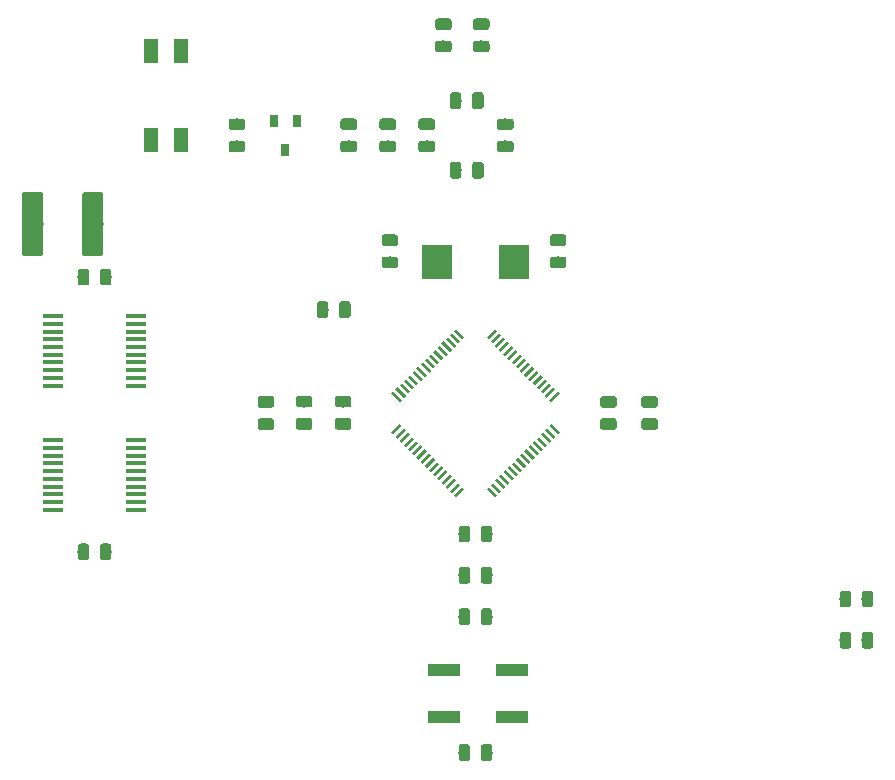
<source format=gbr>
G04 #@! TF.GenerationSoftware,KiCad,Pcbnew,(5.0.2)-1*
G04 #@! TF.CreationDate,2019-03-21T15:49:39-05:00*
G04 #@! TF.ProjectId,noname,6e6f6e61-6d65-42e6-9b69-6361645f7063,rev?*
G04 #@! TF.SameCoordinates,Original*
G04 #@! TF.FileFunction,Paste,Top*
G04 #@! TF.FilePolarity,Positive*
%FSLAX46Y46*%
G04 Gerber Fmt 4.6, Leading zero omitted, Abs format (unit mm)*
G04 Created by KiCad (PCBNEW (5.0.2)-1) date 3/21/2019 3:49:39 PM*
%MOMM*%
%LPD*%
G01*
G04 APERTURE LIST*
%ADD10C,0.100000*%
%ADD11C,0.975000*%
%ADD12C,1.800000*%
%ADD13R,1.200000X2.000000*%
%ADD14R,2.750000X1.000000*%
%ADD15C,0.250000*%
%ADD16R,0.700000X1.000000*%
%ADD17R,1.651000X0.431800*%
%ADD18R,2.500000X3.000000*%
G04 APERTURE END LIST*
D10*
G04 #@! TO.C,C1*
G36*
X159980142Y-92388674D02*
X160003803Y-92392184D01*
X160027007Y-92397996D01*
X160049529Y-92406054D01*
X160071153Y-92416282D01*
X160091670Y-92428579D01*
X160110883Y-92442829D01*
X160128607Y-92458893D01*
X160144671Y-92476617D01*
X160158921Y-92495830D01*
X160171218Y-92516347D01*
X160181446Y-92537971D01*
X160189504Y-92560493D01*
X160195316Y-92583697D01*
X160198826Y-92607358D01*
X160200000Y-92631250D01*
X160200000Y-93118750D01*
X160198826Y-93142642D01*
X160195316Y-93166303D01*
X160189504Y-93189507D01*
X160181446Y-93212029D01*
X160171218Y-93233653D01*
X160158921Y-93254170D01*
X160144671Y-93273383D01*
X160128607Y-93291107D01*
X160110883Y-93307171D01*
X160091670Y-93321421D01*
X160071153Y-93333718D01*
X160049529Y-93343946D01*
X160027007Y-93352004D01*
X160003803Y-93357816D01*
X159980142Y-93361326D01*
X159956250Y-93362500D01*
X159043750Y-93362500D01*
X159019858Y-93361326D01*
X158996197Y-93357816D01*
X158972993Y-93352004D01*
X158950471Y-93343946D01*
X158928847Y-93333718D01*
X158908330Y-93321421D01*
X158889117Y-93307171D01*
X158871393Y-93291107D01*
X158855329Y-93273383D01*
X158841079Y-93254170D01*
X158828782Y-93233653D01*
X158818554Y-93212029D01*
X158810496Y-93189507D01*
X158804684Y-93166303D01*
X158801174Y-93142642D01*
X158800000Y-93118750D01*
X158800000Y-92631250D01*
X158801174Y-92607358D01*
X158804684Y-92583697D01*
X158810496Y-92560493D01*
X158818554Y-92537971D01*
X158828782Y-92516347D01*
X158841079Y-92495830D01*
X158855329Y-92476617D01*
X158871393Y-92458893D01*
X158889117Y-92442829D01*
X158908330Y-92428579D01*
X158928847Y-92416282D01*
X158950471Y-92406054D01*
X158972993Y-92397996D01*
X158996197Y-92392184D01*
X159019858Y-92388674D01*
X159043750Y-92387500D01*
X159956250Y-92387500D01*
X159980142Y-92388674D01*
X159980142Y-92388674D01*
G37*
D11*
X159500000Y-92875000D03*
D10*
G36*
X159980142Y-94263674D02*
X160003803Y-94267184D01*
X160027007Y-94272996D01*
X160049529Y-94281054D01*
X160071153Y-94291282D01*
X160091670Y-94303579D01*
X160110883Y-94317829D01*
X160128607Y-94333893D01*
X160144671Y-94351617D01*
X160158921Y-94370830D01*
X160171218Y-94391347D01*
X160181446Y-94412971D01*
X160189504Y-94435493D01*
X160195316Y-94458697D01*
X160198826Y-94482358D01*
X160200000Y-94506250D01*
X160200000Y-94993750D01*
X160198826Y-95017642D01*
X160195316Y-95041303D01*
X160189504Y-95064507D01*
X160181446Y-95087029D01*
X160171218Y-95108653D01*
X160158921Y-95129170D01*
X160144671Y-95148383D01*
X160128607Y-95166107D01*
X160110883Y-95182171D01*
X160091670Y-95196421D01*
X160071153Y-95208718D01*
X160049529Y-95218946D01*
X160027007Y-95227004D01*
X160003803Y-95232816D01*
X159980142Y-95236326D01*
X159956250Y-95237500D01*
X159043750Y-95237500D01*
X159019858Y-95236326D01*
X158996197Y-95232816D01*
X158972993Y-95227004D01*
X158950471Y-95218946D01*
X158928847Y-95208718D01*
X158908330Y-95196421D01*
X158889117Y-95182171D01*
X158871393Y-95166107D01*
X158855329Y-95148383D01*
X158841079Y-95129170D01*
X158828782Y-95108653D01*
X158818554Y-95087029D01*
X158810496Y-95064507D01*
X158804684Y-95041303D01*
X158801174Y-95017642D01*
X158800000Y-94993750D01*
X158800000Y-94506250D01*
X158801174Y-94482358D01*
X158804684Y-94458697D01*
X158810496Y-94435493D01*
X158818554Y-94412971D01*
X158828782Y-94391347D01*
X158841079Y-94370830D01*
X158855329Y-94351617D01*
X158871393Y-94333893D01*
X158889117Y-94317829D01*
X158908330Y-94303579D01*
X158928847Y-94291282D01*
X158950471Y-94281054D01*
X158972993Y-94272996D01*
X158996197Y-94267184D01*
X159019858Y-94263674D01*
X159043750Y-94262500D01*
X159956250Y-94262500D01*
X159980142Y-94263674D01*
X159980142Y-94263674D01*
G37*
D11*
X159500000Y-94750000D03*
G04 #@! TD*
D10*
G04 #@! TO.C,C2*
G36*
X151830142Y-124051174D02*
X151853803Y-124054684D01*
X151877007Y-124060496D01*
X151899529Y-124068554D01*
X151921153Y-124078782D01*
X151941670Y-124091079D01*
X151960883Y-124105329D01*
X151978607Y-124121393D01*
X151994671Y-124139117D01*
X152008921Y-124158330D01*
X152021218Y-124178847D01*
X152031446Y-124200471D01*
X152039504Y-124222993D01*
X152045316Y-124246197D01*
X152048826Y-124269858D01*
X152050000Y-124293750D01*
X152050000Y-125206250D01*
X152048826Y-125230142D01*
X152045316Y-125253803D01*
X152039504Y-125277007D01*
X152031446Y-125299529D01*
X152021218Y-125321153D01*
X152008921Y-125341670D01*
X151994671Y-125360883D01*
X151978607Y-125378607D01*
X151960883Y-125394671D01*
X151941670Y-125408921D01*
X151921153Y-125421218D01*
X151899529Y-125431446D01*
X151877007Y-125439504D01*
X151853803Y-125445316D01*
X151830142Y-125448826D01*
X151806250Y-125450000D01*
X151318750Y-125450000D01*
X151294858Y-125448826D01*
X151271197Y-125445316D01*
X151247993Y-125439504D01*
X151225471Y-125431446D01*
X151203847Y-125421218D01*
X151183330Y-125408921D01*
X151164117Y-125394671D01*
X151146393Y-125378607D01*
X151130329Y-125360883D01*
X151116079Y-125341670D01*
X151103782Y-125321153D01*
X151093554Y-125299529D01*
X151085496Y-125277007D01*
X151079684Y-125253803D01*
X151076174Y-125230142D01*
X151075000Y-125206250D01*
X151075000Y-124293750D01*
X151076174Y-124269858D01*
X151079684Y-124246197D01*
X151085496Y-124222993D01*
X151093554Y-124200471D01*
X151103782Y-124178847D01*
X151116079Y-124158330D01*
X151130329Y-124139117D01*
X151146393Y-124121393D01*
X151164117Y-124105329D01*
X151183330Y-124091079D01*
X151203847Y-124078782D01*
X151225471Y-124068554D01*
X151247993Y-124060496D01*
X151271197Y-124054684D01*
X151294858Y-124051174D01*
X151318750Y-124050000D01*
X151806250Y-124050000D01*
X151830142Y-124051174D01*
X151830142Y-124051174D01*
G37*
D11*
X151562500Y-124750000D03*
D10*
G36*
X153705142Y-124051174D02*
X153728803Y-124054684D01*
X153752007Y-124060496D01*
X153774529Y-124068554D01*
X153796153Y-124078782D01*
X153816670Y-124091079D01*
X153835883Y-124105329D01*
X153853607Y-124121393D01*
X153869671Y-124139117D01*
X153883921Y-124158330D01*
X153896218Y-124178847D01*
X153906446Y-124200471D01*
X153914504Y-124222993D01*
X153920316Y-124246197D01*
X153923826Y-124269858D01*
X153925000Y-124293750D01*
X153925000Y-125206250D01*
X153923826Y-125230142D01*
X153920316Y-125253803D01*
X153914504Y-125277007D01*
X153906446Y-125299529D01*
X153896218Y-125321153D01*
X153883921Y-125341670D01*
X153869671Y-125360883D01*
X153853607Y-125378607D01*
X153835883Y-125394671D01*
X153816670Y-125408921D01*
X153796153Y-125421218D01*
X153774529Y-125431446D01*
X153752007Y-125439504D01*
X153728803Y-125445316D01*
X153705142Y-125448826D01*
X153681250Y-125450000D01*
X153193750Y-125450000D01*
X153169858Y-125448826D01*
X153146197Y-125445316D01*
X153122993Y-125439504D01*
X153100471Y-125431446D01*
X153078847Y-125421218D01*
X153058330Y-125408921D01*
X153039117Y-125394671D01*
X153021393Y-125378607D01*
X153005329Y-125360883D01*
X152991079Y-125341670D01*
X152978782Y-125321153D01*
X152968554Y-125299529D01*
X152960496Y-125277007D01*
X152954684Y-125253803D01*
X152951174Y-125230142D01*
X152950000Y-125206250D01*
X152950000Y-124293750D01*
X152951174Y-124269858D01*
X152954684Y-124246197D01*
X152960496Y-124222993D01*
X152968554Y-124200471D01*
X152978782Y-124178847D01*
X152991079Y-124158330D01*
X153005329Y-124139117D01*
X153021393Y-124121393D01*
X153039117Y-124105329D01*
X153058330Y-124091079D01*
X153078847Y-124078782D01*
X153100471Y-124068554D01*
X153122993Y-124060496D01*
X153146197Y-124054684D01*
X153169858Y-124051174D01*
X153193750Y-124050000D01*
X153681250Y-124050000D01*
X153705142Y-124051174D01*
X153705142Y-124051174D01*
G37*
D11*
X153437500Y-124750000D03*
G04 #@! TD*
D10*
G04 #@! TO.C,C3*
G36*
X145730142Y-94263674D02*
X145753803Y-94267184D01*
X145777007Y-94272996D01*
X145799529Y-94281054D01*
X145821153Y-94291282D01*
X145841670Y-94303579D01*
X145860883Y-94317829D01*
X145878607Y-94333893D01*
X145894671Y-94351617D01*
X145908921Y-94370830D01*
X145921218Y-94391347D01*
X145931446Y-94412971D01*
X145939504Y-94435493D01*
X145945316Y-94458697D01*
X145948826Y-94482358D01*
X145950000Y-94506250D01*
X145950000Y-94993750D01*
X145948826Y-95017642D01*
X145945316Y-95041303D01*
X145939504Y-95064507D01*
X145931446Y-95087029D01*
X145921218Y-95108653D01*
X145908921Y-95129170D01*
X145894671Y-95148383D01*
X145878607Y-95166107D01*
X145860883Y-95182171D01*
X145841670Y-95196421D01*
X145821153Y-95208718D01*
X145799529Y-95218946D01*
X145777007Y-95227004D01*
X145753803Y-95232816D01*
X145730142Y-95236326D01*
X145706250Y-95237500D01*
X144793750Y-95237500D01*
X144769858Y-95236326D01*
X144746197Y-95232816D01*
X144722993Y-95227004D01*
X144700471Y-95218946D01*
X144678847Y-95208718D01*
X144658330Y-95196421D01*
X144639117Y-95182171D01*
X144621393Y-95166107D01*
X144605329Y-95148383D01*
X144591079Y-95129170D01*
X144578782Y-95108653D01*
X144568554Y-95087029D01*
X144560496Y-95064507D01*
X144554684Y-95041303D01*
X144551174Y-95017642D01*
X144550000Y-94993750D01*
X144550000Y-94506250D01*
X144551174Y-94482358D01*
X144554684Y-94458697D01*
X144560496Y-94435493D01*
X144568554Y-94412971D01*
X144578782Y-94391347D01*
X144591079Y-94370830D01*
X144605329Y-94351617D01*
X144621393Y-94333893D01*
X144639117Y-94317829D01*
X144658330Y-94303579D01*
X144678847Y-94291282D01*
X144700471Y-94281054D01*
X144722993Y-94272996D01*
X144746197Y-94267184D01*
X144769858Y-94263674D01*
X144793750Y-94262500D01*
X145706250Y-94262500D01*
X145730142Y-94263674D01*
X145730142Y-94263674D01*
G37*
D11*
X145250000Y-94750000D03*
D10*
G36*
X145730142Y-92388674D02*
X145753803Y-92392184D01*
X145777007Y-92397996D01*
X145799529Y-92406054D01*
X145821153Y-92416282D01*
X145841670Y-92428579D01*
X145860883Y-92442829D01*
X145878607Y-92458893D01*
X145894671Y-92476617D01*
X145908921Y-92495830D01*
X145921218Y-92516347D01*
X145931446Y-92537971D01*
X145939504Y-92560493D01*
X145945316Y-92583697D01*
X145948826Y-92607358D01*
X145950000Y-92631250D01*
X145950000Y-93118750D01*
X145948826Y-93142642D01*
X145945316Y-93166303D01*
X145939504Y-93189507D01*
X145931446Y-93212029D01*
X145921218Y-93233653D01*
X145908921Y-93254170D01*
X145894671Y-93273383D01*
X145878607Y-93291107D01*
X145860883Y-93307171D01*
X145841670Y-93321421D01*
X145821153Y-93333718D01*
X145799529Y-93343946D01*
X145777007Y-93352004D01*
X145753803Y-93357816D01*
X145730142Y-93361326D01*
X145706250Y-93362500D01*
X144793750Y-93362500D01*
X144769858Y-93361326D01*
X144746197Y-93357816D01*
X144722993Y-93352004D01*
X144700471Y-93343946D01*
X144678847Y-93333718D01*
X144658330Y-93321421D01*
X144639117Y-93307171D01*
X144621393Y-93291107D01*
X144605329Y-93273383D01*
X144591079Y-93254170D01*
X144578782Y-93233653D01*
X144568554Y-93212029D01*
X144560496Y-93189507D01*
X144554684Y-93166303D01*
X144551174Y-93142642D01*
X144550000Y-93118750D01*
X144550000Y-92631250D01*
X144551174Y-92607358D01*
X144554684Y-92583697D01*
X144560496Y-92560493D01*
X144568554Y-92537971D01*
X144578782Y-92516347D01*
X144591079Y-92495830D01*
X144605329Y-92476617D01*
X144621393Y-92458893D01*
X144639117Y-92442829D01*
X144658330Y-92428579D01*
X144678847Y-92416282D01*
X144700471Y-92406054D01*
X144722993Y-92397996D01*
X144746197Y-92392184D01*
X144769858Y-92388674D01*
X144793750Y-92387500D01*
X145706250Y-92387500D01*
X145730142Y-92388674D01*
X145730142Y-92388674D01*
G37*
D11*
X145250000Y-92875000D03*
G04 #@! TD*
D10*
G04 #@! TO.C,C4*
G36*
X135230142Y-106076174D02*
X135253803Y-106079684D01*
X135277007Y-106085496D01*
X135299529Y-106093554D01*
X135321153Y-106103782D01*
X135341670Y-106116079D01*
X135360883Y-106130329D01*
X135378607Y-106146393D01*
X135394671Y-106164117D01*
X135408921Y-106183330D01*
X135421218Y-106203847D01*
X135431446Y-106225471D01*
X135439504Y-106247993D01*
X135445316Y-106271197D01*
X135448826Y-106294858D01*
X135450000Y-106318750D01*
X135450000Y-106806250D01*
X135448826Y-106830142D01*
X135445316Y-106853803D01*
X135439504Y-106877007D01*
X135431446Y-106899529D01*
X135421218Y-106921153D01*
X135408921Y-106941670D01*
X135394671Y-106960883D01*
X135378607Y-106978607D01*
X135360883Y-106994671D01*
X135341670Y-107008921D01*
X135321153Y-107021218D01*
X135299529Y-107031446D01*
X135277007Y-107039504D01*
X135253803Y-107045316D01*
X135230142Y-107048826D01*
X135206250Y-107050000D01*
X134293750Y-107050000D01*
X134269858Y-107048826D01*
X134246197Y-107045316D01*
X134222993Y-107039504D01*
X134200471Y-107031446D01*
X134178847Y-107021218D01*
X134158330Y-107008921D01*
X134139117Y-106994671D01*
X134121393Y-106978607D01*
X134105329Y-106960883D01*
X134091079Y-106941670D01*
X134078782Y-106921153D01*
X134068554Y-106899529D01*
X134060496Y-106877007D01*
X134054684Y-106853803D01*
X134051174Y-106830142D01*
X134050000Y-106806250D01*
X134050000Y-106318750D01*
X134051174Y-106294858D01*
X134054684Y-106271197D01*
X134060496Y-106247993D01*
X134068554Y-106225471D01*
X134078782Y-106203847D01*
X134091079Y-106183330D01*
X134105329Y-106164117D01*
X134121393Y-106146393D01*
X134139117Y-106130329D01*
X134158330Y-106116079D01*
X134178847Y-106103782D01*
X134200471Y-106093554D01*
X134222993Y-106085496D01*
X134246197Y-106079684D01*
X134269858Y-106076174D01*
X134293750Y-106075000D01*
X135206250Y-106075000D01*
X135230142Y-106076174D01*
X135230142Y-106076174D01*
G37*
D11*
X134750000Y-106562500D03*
D10*
G36*
X135230142Y-107951174D02*
X135253803Y-107954684D01*
X135277007Y-107960496D01*
X135299529Y-107968554D01*
X135321153Y-107978782D01*
X135341670Y-107991079D01*
X135360883Y-108005329D01*
X135378607Y-108021393D01*
X135394671Y-108039117D01*
X135408921Y-108058330D01*
X135421218Y-108078847D01*
X135431446Y-108100471D01*
X135439504Y-108122993D01*
X135445316Y-108146197D01*
X135448826Y-108169858D01*
X135450000Y-108193750D01*
X135450000Y-108681250D01*
X135448826Y-108705142D01*
X135445316Y-108728803D01*
X135439504Y-108752007D01*
X135431446Y-108774529D01*
X135421218Y-108796153D01*
X135408921Y-108816670D01*
X135394671Y-108835883D01*
X135378607Y-108853607D01*
X135360883Y-108869671D01*
X135341670Y-108883921D01*
X135321153Y-108896218D01*
X135299529Y-108906446D01*
X135277007Y-108914504D01*
X135253803Y-108920316D01*
X135230142Y-108923826D01*
X135206250Y-108925000D01*
X134293750Y-108925000D01*
X134269858Y-108923826D01*
X134246197Y-108920316D01*
X134222993Y-108914504D01*
X134200471Y-108906446D01*
X134178847Y-108896218D01*
X134158330Y-108883921D01*
X134139117Y-108869671D01*
X134121393Y-108853607D01*
X134105329Y-108835883D01*
X134091079Y-108816670D01*
X134078782Y-108796153D01*
X134068554Y-108774529D01*
X134060496Y-108752007D01*
X134054684Y-108728803D01*
X134051174Y-108705142D01*
X134050000Y-108681250D01*
X134050000Y-108193750D01*
X134051174Y-108169858D01*
X134054684Y-108146197D01*
X134060496Y-108122993D01*
X134068554Y-108100471D01*
X134078782Y-108078847D01*
X134091079Y-108058330D01*
X134105329Y-108039117D01*
X134121393Y-108021393D01*
X134139117Y-108005329D01*
X134158330Y-107991079D01*
X134178847Y-107978782D01*
X134200471Y-107968554D01*
X134222993Y-107960496D01*
X134246197Y-107954684D01*
X134269858Y-107951174D01*
X134293750Y-107950000D01*
X135206250Y-107950000D01*
X135230142Y-107951174D01*
X135230142Y-107951174D01*
G37*
D11*
X134750000Y-108437500D03*
G04 #@! TD*
D10*
G04 #@! TO.C,C5*
G36*
X151830142Y-117051174D02*
X151853803Y-117054684D01*
X151877007Y-117060496D01*
X151899529Y-117068554D01*
X151921153Y-117078782D01*
X151941670Y-117091079D01*
X151960883Y-117105329D01*
X151978607Y-117121393D01*
X151994671Y-117139117D01*
X152008921Y-117158330D01*
X152021218Y-117178847D01*
X152031446Y-117200471D01*
X152039504Y-117222993D01*
X152045316Y-117246197D01*
X152048826Y-117269858D01*
X152050000Y-117293750D01*
X152050000Y-118206250D01*
X152048826Y-118230142D01*
X152045316Y-118253803D01*
X152039504Y-118277007D01*
X152031446Y-118299529D01*
X152021218Y-118321153D01*
X152008921Y-118341670D01*
X151994671Y-118360883D01*
X151978607Y-118378607D01*
X151960883Y-118394671D01*
X151941670Y-118408921D01*
X151921153Y-118421218D01*
X151899529Y-118431446D01*
X151877007Y-118439504D01*
X151853803Y-118445316D01*
X151830142Y-118448826D01*
X151806250Y-118450000D01*
X151318750Y-118450000D01*
X151294858Y-118448826D01*
X151271197Y-118445316D01*
X151247993Y-118439504D01*
X151225471Y-118431446D01*
X151203847Y-118421218D01*
X151183330Y-118408921D01*
X151164117Y-118394671D01*
X151146393Y-118378607D01*
X151130329Y-118360883D01*
X151116079Y-118341670D01*
X151103782Y-118321153D01*
X151093554Y-118299529D01*
X151085496Y-118277007D01*
X151079684Y-118253803D01*
X151076174Y-118230142D01*
X151075000Y-118206250D01*
X151075000Y-117293750D01*
X151076174Y-117269858D01*
X151079684Y-117246197D01*
X151085496Y-117222993D01*
X151093554Y-117200471D01*
X151103782Y-117178847D01*
X151116079Y-117158330D01*
X151130329Y-117139117D01*
X151146393Y-117121393D01*
X151164117Y-117105329D01*
X151183330Y-117091079D01*
X151203847Y-117078782D01*
X151225471Y-117068554D01*
X151247993Y-117060496D01*
X151271197Y-117054684D01*
X151294858Y-117051174D01*
X151318750Y-117050000D01*
X151806250Y-117050000D01*
X151830142Y-117051174D01*
X151830142Y-117051174D01*
G37*
D11*
X151562500Y-117750000D03*
D10*
G36*
X153705142Y-117051174D02*
X153728803Y-117054684D01*
X153752007Y-117060496D01*
X153774529Y-117068554D01*
X153796153Y-117078782D01*
X153816670Y-117091079D01*
X153835883Y-117105329D01*
X153853607Y-117121393D01*
X153869671Y-117139117D01*
X153883921Y-117158330D01*
X153896218Y-117178847D01*
X153906446Y-117200471D01*
X153914504Y-117222993D01*
X153920316Y-117246197D01*
X153923826Y-117269858D01*
X153925000Y-117293750D01*
X153925000Y-118206250D01*
X153923826Y-118230142D01*
X153920316Y-118253803D01*
X153914504Y-118277007D01*
X153906446Y-118299529D01*
X153896218Y-118321153D01*
X153883921Y-118341670D01*
X153869671Y-118360883D01*
X153853607Y-118378607D01*
X153835883Y-118394671D01*
X153816670Y-118408921D01*
X153796153Y-118421218D01*
X153774529Y-118431446D01*
X153752007Y-118439504D01*
X153728803Y-118445316D01*
X153705142Y-118448826D01*
X153681250Y-118450000D01*
X153193750Y-118450000D01*
X153169858Y-118448826D01*
X153146197Y-118445316D01*
X153122993Y-118439504D01*
X153100471Y-118431446D01*
X153078847Y-118421218D01*
X153058330Y-118408921D01*
X153039117Y-118394671D01*
X153021393Y-118378607D01*
X153005329Y-118360883D01*
X152991079Y-118341670D01*
X152978782Y-118321153D01*
X152968554Y-118299529D01*
X152960496Y-118277007D01*
X152954684Y-118253803D01*
X152951174Y-118230142D01*
X152950000Y-118206250D01*
X152950000Y-117293750D01*
X152951174Y-117269858D01*
X152954684Y-117246197D01*
X152960496Y-117222993D01*
X152968554Y-117200471D01*
X152978782Y-117178847D01*
X152991079Y-117158330D01*
X153005329Y-117139117D01*
X153021393Y-117121393D01*
X153039117Y-117105329D01*
X153058330Y-117091079D01*
X153078847Y-117078782D01*
X153100471Y-117068554D01*
X153122993Y-117060496D01*
X153146197Y-117054684D01*
X153169858Y-117051174D01*
X153193750Y-117050000D01*
X153681250Y-117050000D01*
X153705142Y-117051174D01*
X153705142Y-117051174D01*
G37*
D11*
X153437500Y-117750000D03*
G04 #@! TD*
D10*
G04 #@! TO.C,C6*
G36*
X167730142Y-107951174D02*
X167753803Y-107954684D01*
X167777007Y-107960496D01*
X167799529Y-107968554D01*
X167821153Y-107978782D01*
X167841670Y-107991079D01*
X167860883Y-108005329D01*
X167878607Y-108021393D01*
X167894671Y-108039117D01*
X167908921Y-108058330D01*
X167921218Y-108078847D01*
X167931446Y-108100471D01*
X167939504Y-108122993D01*
X167945316Y-108146197D01*
X167948826Y-108169858D01*
X167950000Y-108193750D01*
X167950000Y-108681250D01*
X167948826Y-108705142D01*
X167945316Y-108728803D01*
X167939504Y-108752007D01*
X167931446Y-108774529D01*
X167921218Y-108796153D01*
X167908921Y-108816670D01*
X167894671Y-108835883D01*
X167878607Y-108853607D01*
X167860883Y-108869671D01*
X167841670Y-108883921D01*
X167821153Y-108896218D01*
X167799529Y-108906446D01*
X167777007Y-108914504D01*
X167753803Y-108920316D01*
X167730142Y-108923826D01*
X167706250Y-108925000D01*
X166793750Y-108925000D01*
X166769858Y-108923826D01*
X166746197Y-108920316D01*
X166722993Y-108914504D01*
X166700471Y-108906446D01*
X166678847Y-108896218D01*
X166658330Y-108883921D01*
X166639117Y-108869671D01*
X166621393Y-108853607D01*
X166605329Y-108835883D01*
X166591079Y-108816670D01*
X166578782Y-108796153D01*
X166568554Y-108774529D01*
X166560496Y-108752007D01*
X166554684Y-108728803D01*
X166551174Y-108705142D01*
X166550000Y-108681250D01*
X166550000Y-108193750D01*
X166551174Y-108169858D01*
X166554684Y-108146197D01*
X166560496Y-108122993D01*
X166568554Y-108100471D01*
X166578782Y-108078847D01*
X166591079Y-108058330D01*
X166605329Y-108039117D01*
X166621393Y-108021393D01*
X166639117Y-108005329D01*
X166658330Y-107991079D01*
X166678847Y-107978782D01*
X166700471Y-107968554D01*
X166722993Y-107960496D01*
X166746197Y-107954684D01*
X166769858Y-107951174D01*
X166793750Y-107950000D01*
X167706250Y-107950000D01*
X167730142Y-107951174D01*
X167730142Y-107951174D01*
G37*
D11*
X167250000Y-108437500D03*
D10*
G36*
X167730142Y-106076174D02*
X167753803Y-106079684D01*
X167777007Y-106085496D01*
X167799529Y-106093554D01*
X167821153Y-106103782D01*
X167841670Y-106116079D01*
X167860883Y-106130329D01*
X167878607Y-106146393D01*
X167894671Y-106164117D01*
X167908921Y-106183330D01*
X167921218Y-106203847D01*
X167931446Y-106225471D01*
X167939504Y-106247993D01*
X167945316Y-106271197D01*
X167948826Y-106294858D01*
X167950000Y-106318750D01*
X167950000Y-106806250D01*
X167948826Y-106830142D01*
X167945316Y-106853803D01*
X167939504Y-106877007D01*
X167931446Y-106899529D01*
X167921218Y-106921153D01*
X167908921Y-106941670D01*
X167894671Y-106960883D01*
X167878607Y-106978607D01*
X167860883Y-106994671D01*
X167841670Y-107008921D01*
X167821153Y-107021218D01*
X167799529Y-107031446D01*
X167777007Y-107039504D01*
X167753803Y-107045316D01*
X167730142Y-107048826D01*
X167706250Y-107050000D01*
X166793750Y-107050000D01*
X166769858Y-107048826D01*
X166746197Y-107045316D01*
X166722993Y-107039504D01*
X166700471Y-107031446D01*
X166678847Y-107021218D01*
X166658330Y-107008921D01*
X166639117Y-106994671D01*
X166621393Y-106978607D01*
X166605329Y-106960883D01*
X166591079Y-106941670D01*
X166578782Y-106921153D01*
X166568554Y-106899529D01*
X166560496Y-106877007D01*
X166554684Y-106853803D01*
X166551174Y-106830142D01*
X166550000Y-106806250D01*
X166550000Y-106318750D01*
X166551174Y-106294858D01*
X166554684Y-106271197D01*
X166560496Y-106247993D01*
X166568554Y-106225471D01*
X166578782Y-106203847D01*
X166591079Y-106183330D01*
X166605329Y-106164117D01*
X166621393Y-106146393D01*
X166639117Y-106130329D01*
X166658330Y-106116079D01*
X166678847Y-106103782D01*
X166700471Y-106093554D01*
X166722993Y-106085496D01*
X166746197Y-106079684D01*
X166769858Y-106076174D01*
X166793750Y-106075000D01*
X167706250Y-106075000D01*
X167730142Y-106076174D01*
X167730142Y-106076174D01*
G37*
D11*
X167250000Y-106562500D03*
G04 #@! TD*
D10*
G04 #@! TO.C,C7*
G36*
X141777546Y-106061078D02*
X141801207Y-106064588D01*
X141824411Y-106070400D01*
X141846933Y-106078458D01*
X141868557Y-106088686D01*
X141889074Y-106100983D01*
X141908287Y-106115233D01*
X141926011Y-106131297D01*
X141942075Y-106149021D01*
X141956325Y-106168234D01*
X141968622Y-106188751D01*
X141978850Y-106210375D01*
X141986908Y-106232897D01*
X141992720Y-106256101D01*
X141996230Y-106279762D01*
X141997404Y-106303654D01*
X141997404Y-106791154D01*
X141996230Y-106815046D01*
X141992720Y-106838707D01*
X141986908Y-106861911D01*
X141978850Y-106884433D01*
X141968622Y-106906057D01*
X141956325Y-106926574D01*
X141942075Y-106945787D01*
X141926011Y-106963511D01*
X141908287Y-106979575D01*
X141889074Y-106993825D01*
X141868557Y-107006122D01*
X141846933Y-107016350D01*
X141824411Y-107024408D01*
X141801207Y-107030220D01*
X141777546Y-107033730D01*
X141753654Y-107034904D01*
X140841154Y-107034904D01*
X140817262Y-107033730D01*
X140793601Y-107030220D01*
X140770397Y-107024408D01*
X140747875Y-107016350D01*
X140726251Y-107006122D01*
X140705734Y-106993825D01*
X140686521Y-106979575D01*
X140668797Y-106963511D01*
X140652733Y-106945787D01*
X140638483Y-106926574D01*
X140626186Y-106906057D01*
X140615958Y-106884433D01*
X140607900Y-106861911D01*
X140602088Y-106838707D01*
X140598578Y-106815046D01*
X140597404Y-106791154D01*
X140597404Y-106303654D01*
X140598578Y-106279762D01*
X140602088Y-106256101D01*
X140607900Y-106232897D01*
X140615958Y-106210375D01*
X140626186Y-106188751D01*
X140638483Y-106168234D01*
X140652733Y-106149021D01*
X140668797Y-106131297D01*
X140686521Y-106115233D01*
X140705734Y-106100983D01*
X140726251Y-106088686D01*
X140747875Y-106078458D01*
X140770397Y-106070400D01*
X140793601Y-106064588D01*
X140817262Y-106061078D01*
X140841154Y-106059904D01*
X141753654Y-106059904D01*
X141777546Y-106061078D01*
X141777546Y-106061078D01*
G37*
D11*
X141297404Y-106547404D03*
D10*
G36*
X141777546Y-107936078D02*
X141801207Y-107939588D01*
X141824411Y-107945400D01*
X141846933Y-107953458D01*
X141868557Y-107963686D01*
X141889074Y-107975983D01*
X141908287Y-107990233D01*
X141926011Y-108006297D01*
X141942075Y-108024021D01*
X141956325Y-108043234D01*
X141968622Y-108063751D01*
X141978850Y-108085375D01*
X141986908Y-108107897D01*
X141992720Y-108131101D01*
X141996230Y-108154762D01*
X141997404Y-108178654D01*
X141997404Y-108666154D01*
X141996230Y-108690046D01*
X141992720Y-108713707D01*
X141986908Y-108736911D01*
X141978850Y-108759433D01*
X141968622Y-108781057D01*
X141956325Y-108801574D01*
X141942075Y-108820787D01*
X141926011Y-108838511D01*
X141908287Y-108854575D01*
X141889074Y-108868825D01*
X141868557Y-108881122D01*
X141846933Y-108891350D01*
X141824411Y-108899408D01*
X141801207Y-108905220D01*
X141777546Y-108908730D01*
X141753654Y-108909904D01*
X140841154Y-108909904D01*
X140817262Y-108908730D01*
X140793601Y-108905220D01*
X140770397Y-108899408D01*
X140747875Y-108891350D01*
X140726251Y-108881122D01*
X140705734Y-108868825D01*
X140686521Y-108854575D01*
X140668797Y-108838511D01*
X140652733Y-108820787D01*
X140638483Y-108801574D01*
X140626186Y-108781057D01*
X140615958Y-108759433D01*
X140607900Y-108736911D01*
X140602088Y-108713707D01*
X140598578Y-108690046D01*
X140597404Y-108666154D01*
X140597404Y-108178654D01*
X140598578Y-108154762D01*
X140602088Y-108131101D01*
X140607900Y-108107897D01*
X140615958Y-108085375D01*
X140626186Y-108063751D01*
X140638483Y-108043234D01*
X140652733Y-108024021D01*
X140668797Y-108006297D01*
X140686521Y-107990233D01*
X140705734Y-107975983D01*
X140726251Y-107963686D01*
X140747875Y-107953458D01*
X140770397Y-107945400D01*
X140793601Y-107939588D01*
X140817262Y-107936078D01*
X140841154Y-107934904D01*
X141753654Y-107934904D01*
X141777546Y-107936078D01*
X141777546Y-107936078D01*
G37*
D11*
X141297404Y-108422404D03*
G04 #@! TD*
D10*
G04 #@! TO.C,C8*
G36*
X141705142Y-98051174D02*
X141728803Y-98054684D01*
X141752007Y-98060496D01*
X141774529Y-98068554D01*
X141796153Y-98078782D01*
X141816670Y-98091079D01*
X141835883Y-98105329D01*
X141853607Y-98121393D01*
X141869671Y-98139117D01*
X141883921Y-98158330D01*
X141896218Y-98178847D01*
X141906446Y-98200471D01*
X141914504Y-98222993D01*
X141920316Y-98246197D01*
X141923826Y-98269858D01*
X141925000Y-98293750D01*
X141925000Y-99206250D01*
X141923826Y-99230142D01*
X141920316Y-99253803D01*
X141914504Y-99277007D01*
X141906446Y-99299529D01*
X141896218Y-99321153D01*
X141883921Y-99341670D01*
X141869671Y-99360883D01*
X141853607Y-99378607D01*
X141835883Y-99394671D01*
X141816670Y-99408921D01*
X141796153Y-99421218D01*
X141774529Y-99431446D01*
X141752007Y-99439504D01*
X141728803Y-99445316D01*
X141705142Y-99448826D01*
X141681250Y-99450000D01*
X141193750Y-99450000D01*
X141169858Y-99448826D01*
X141146197Y-99445316D01*
X141122993Y-99439504D01*
X141100471Y-99431446D01*
X141078847Y-99421218D01*
X141058330Y-99408921D01*
X141039117Y-99394671D01*
X141021393Y-99378607D01*
X141005329Y-99360883D01*
X140991079Y-99341670D01*
X140978782Y-99321153D01*
X140968554Y-99299529D01*
X140960496Y-99277007D01*
X140954684Y-99253803D01*
X140951174Y-99230142D01*
X140950000Y-99206250D01*
X140950000Y-98293750D01*
X140951174Y-98269858D01*
X140954684Y-98246197D01*
X140960496Y-98222993D01*
X140968554Y-98200471D01*
X140978782Y-98178847D01*
X140991079Y-98158330D01*
X141005329Y-98139117D01*
X141021393Y-98121393D01*
X141039117Y-98105329D01*
X141058330Y-98091079D01*
X141078847Y-98078782D01*
X141100471Y-98068554D01*
X141122993Y-98060496D01*
X141146197Y-98054684D01*
X141169858Y-98051174D01*
X141193750Y-98050000D01*
X141681250Y-98050000D01*
X141705142Y-98051174D01*
X141705142Y-98051174D01*
G37*
D11*
X141437500Y-98750000D03*
D10*
G36*
X139830142Y-98051174D02*
X139853803Y-98054684D01*
X139877007Y-98060496D01*
X139899529Y-98068554D01*
X139921153Y-98078782D01*
X139941670Y-98091079D01*
X139960883Y-98105329D01*
X139978607Y-98121393D01*
X139994671Y-98139117D01*
X140008921Y-98158330D01*
X140021218Y-98178847D01*
X140031446Y-98200471D01*
X140039504Y-98222993D01*
X140045316Y-98246197D01*
X140048826Y-98269858D01*
X140050000Y-98293750D01*
X140050000Y-99206250D01*
X140048826Y-99230142D01*
X140045316Y-99253803D01*
X140039504Y-99277007D01*
X140031446Y-99299529D01*
X140021218Y-99321153D01*
X140008921Y-99341670D01*
X139994671Y-99360883D01*
X139978607Y-99378607D01*
X139960883Y-99394671D01*
X139941670Y-99408921D01*
X139921153Y-99421218D01*
X139899529Y-99431446D01*
X139877007Y-99439504D01*
X139853803Y-99445316D01*
X139830142Y-99448826D01*
X139806250Y-99450000D01*
X139318750Y-99450000D01*
X139294858Y-99448826D01*
X139271197Y-99445316D01*
X139247993Y-99439504D01*
X139225471Y-99431446D01*
X139203847Y-99421218D01*
X139183330Y-99408921D01*
X139164117Y-99394671D01*
X139146393Y-99378607D01*
X139130329Y-99360883D01*
X139116079Y-99341670D01*
X139103782Y-99321153D01*
X139093554Y-99299529D01*
X139085496Y-99277007D01*
X139079684Y-99253803D01*
X139076174Y-99230142D01*
X139075000Y-99206250D01*
X139075000Y-98293750D01*
X139076174Y-98269858D01*
X139079684Y-98246197D01*
X139085496Y-98222993D01*
X139093554Y-98200471D01*
X139103782Y-98178847D01*
X139116079Y-98158330D01*
X139130329Y-98139117D01*
X139146393Y-98121393D01*
X139164117Y-98105329D01*
X139183330Y-98091079D01*
X139203847Y-98078782D01*
X139225471Y-98068554D01*
X139247993Y-98060496D01*
X139271197Y-98054684D01*
X139294858Y-98051174D01*
X139318750Y-98050000D01*
X139806250Y-98050000D01*
X139830142Y-98051174D01*
X139830142Y-98051174D01*
G37*
D11*
X139562500Y-98750000D03*
G04 #@! TD*
D10*
G04 #@! TO.C,C9*
G36*
X138480142Y-107936078D02*
X138503803Y-107939588D01*
X138527007Y-107945400D01*
X138549529Y-107953458D01*
X138571153Y-107963686D01*
X138591670Y-107975983D01*
X138610883Y-107990233D01*
X138628607Y-108006297D01*
X138644671Y-108024021D01*
X138658921Y-108043234D01*
X138671218Y-108063751D01*
X138681446Y-108085375D01*
X138689504Y-108107897D01*
X138695316Y-108131101D01*
X138698826Y-108154762D01*
X138700000Y-108178654D01*
X138700000Y-108666154D01*
X138698826Y-108690046D01*
X138695316Y-108713707D01*
X138689504Y-108736911D01*
X138681446Y-108759433D01*
X138671218Y-108781057D01*
X138658921Y-108801574D01*
X138644671Y-108820787D01*
X138628607Y-108838511D01*
X138610883Y-108854575D01*
X138591670Y-108868825D01*
X138571153Y-108881122D01*
X138549529Y-108891350D01*
X138527007Y-108899408D01*
X138503803Y-108905220D01*
X138480142Y-108908730D01*
X138456250Y-108909904D01*
X137543750Y-108909904D01*
X137519858Y-108908730D01*
X137496197Y-108905220D01*
X137472993Y-108899408D01*
X137450471Y-108891350D01*
X137428847Y-108881122D01*
X137408330Y-108868825D01*
X137389117Y-108854575D01*
X137371393Y-108838511D01*
X137355329Y-108820787D01*
X137341079Y-108801574D01*
X137328782Y-108781057D01*
X137318554Y-108759433D01*
X137310496Y-108736911D01*
X137304684Y-108713707D01*
X137301174Y-108690046D01*
X137300000Y-108666154D01*
X137300000Y-108178654D01*
X137301174Y-108154762D01*
X137304684Y-108131101D01*
X137310496Y-108107897D01*
X137318554Y-108085375D01*
X137328782Y-108063751D01*
X137341079Y-108043234D01*
X137355329Y-108024021D01*
X137371393Y-108006297D01*
X137389117Y-107990233D01*
X137408330Y-107975983D01*
X137428847Y-107963686D01*
X137450471Y-107953458D01*
X137472993Y-107945400D01*
X137496197Y-107939588D01*
X137519858Y-107936078D01*
X137543750Y-107934904D01*
X138456250Y-107934904D01*
X138480142Y-107936078D01*
X138480142Y-107936078D01*
G37*
D11*
X138000000Y-108422404D03*
D10*
G36*
X138480142Y-106061078D02*
X138503803Y-106064588D01*
X138527007Y-106070400D01*
X138549529Y-106078458D01*
X138571153Y-106088686D01*
X138591670Y-106100983D01*
X138610883Y-106115233D01*
X138628607Y-106131297D01*
X138644671Y-106149021D01*
X138658921Y-106168234D01*
X138671218Y-106188751D01*
X138681446Y-106210375D01*
X138689504Y-106232897D01*
X138695316Y-106256101D01*
X138698826Y-106279762D01*
X138700000Y-106303654D01*
X138700000Y-106791154D01*
X138698826Y-106815046D01*
X138695316Y-106838707D01*
X138689504Y-106861911D01*
X138681446Y-106884433D01*
X138671218Y-106906057D01*
X138658921Y-106926574D01*
X138644671Y-106945787D01*
X138628607Y-106963511D01*
X138610883Y-106979575D01*
X138591670Y-106993825D01*
X138571153Y-107006122D01*
X138549529Y-107016350D01*
X138527007Y-107024408D01*
X138503803Y-107030220D01*
X138480142Y-107033730D01*
X138456250Y-107034904D01*
X137543750Y-107034904D01*
X137519858Y-107033730D01*
X137496197Y-107030220D01*
X137472993Y-107024408D01*
X137450471Y-107016350D01*
X137428847Y-107006122D01*
X137408330Y-106993825D01*
X137389117Y-106979575D01*
X137371393Y-106963511D01*
X137355329Y-106945787D01*
X137341079Y-106926574D01*
X137328782Y-106906057D01*
X137318554Y-106884433D01*
X137310496Y-106861911D01*
X137304684Y-106838707D01*
X137301174Y-106815046D01*
X137300000Y-106791154D01*
X137300000Y-106303654D01*
X137301174Y-106279762D01*
X137304684Y-106256101D01*
X137310496Y-106232897D01*
X137318554Y-106210375D01*
X137328782Y-106188751D01*
X137341079Y-106168234D01*
X137355329Y-106149021D01*
X137371393Y-106131297D01*
X137389117Y-106115233D01*
X137408330Y-106100983D01*
X137428847Y-106088686D01*
X137450471Y-106078458D01*
X137472993Y-106070400D01*
X137496197Y-106064588D01*
X137519858Y-106061078D01*
X137543750Y-106059904D01*
X138456250Y-106059904D01*
X138480142Y-106061078D01*
X138480142Y-106061078D01*
G37*
D11*
X138000000Y-106547404D03*
G04 #@! TD*
D10*
G04 #@! TO.C,C11*
G36*
X153705142Y-135551174D02*
X153728803Y-135554684D01*
X153752007Y-135560496D01*
X153774529Y-135568554D01*
X153796153Y-135578782D01*
X153816670Y-135591079D01*
X153835883Y-135605329D01*
X153853607Y-135621393D01*
X153869671Y-135639117D01*
X153883921Y-135658330D01*
X153896218Y-135678847D01*
X153906446Y-135700471D01*
X153914504Y-135722993D01*
X153920316Y-135746197D01*
X153923826Y-135769858D01*
X153925000Y-135793750D01*
X153925000Y-136706250D01*
X153923826Y-136730142D01*
X153920316Y-136753803D01*
X153914504Y-136777007D01*
X153906446Y-136799529D01*
X153896218Y-136821153D01*
X153883921Y-136841670D01*
X153869671Y-136860883D01*
X153853607Y-136878607D01*
X153835883Y-136894671D01*
X153816670Y-136908921D01*
X153796153Y-136921218D01*
X153774529Y-136931446D01*
X153752007Y-136939504D01*
X153728803Y-136945316D01*
X153705142Y-136948826D01*
X153681250Y-136950000D01*
X153193750Y-136950000D01*
X153169858Y-136948826D01*
X153146197Y-136945316D01*
X153122993Y-136939504D01*
X153100471Y-136931446D01*
X153078847Y-136921218D01*
X153058330Y-136908921D01*
X153039117Y-136894671D01*
X153021393Y-136878607D01*
X153005329Y-136860883D01*
X152991079Y-136841670D01*
X152978782Y-136821153D01*
X152968554Y-136799529D01*
X152960496Y-136777007D01*
X152954684Y-136753803D01*
X152951174Y-136730142D01*
X152950000Y-136706250D01*
X152950000Y-135793750D01*
X152951174Y-135769858D01*
X152954684Y-135746197D01*
X152960496Y-135722993D01*
X152968554Y-135700471D01*
X152978782Y-135678847D01*
X152991079Y-135658330D01*
X153005329Y-135639117D01*
X153021393Y-135621393D01*
X153039117Y-135605329D01*
X153058330Y-135591079D01*
X153078847Y-135578782D01*
X153100471Y-135568554D01*
X153122993Y-135560496D01*
X153146197Y-135554684D01*
X153169858Y-135551174D01*
X153193750Y-135550000D01*
X153681250Y-135550000D01*
X153705142Y-135551174D01*
X153705142Y-135551174D01*
G37*
D11*
X153437500Y-136250000D03*
D10*
G36*
X151830142Y-135551174D02*
X151853803Y-135554684D01*
X151877007Y-135560496D01*
X151899529Y-135568554D01*
X151921153Y-135578782D01*
X151941670Y-135591079D01*
X151960883Y-135605329D01*
X151978607Y-135621393D01*
X151994671Y-135639117D01*
X152008921Y-135658330D01*
X152021218Y-135678847D01*
X152031446Y-135700471D01*
X152039504Y-135722993D01*
X152045316Y-135746197D01*
X152048826Y-135769858D01*
X152050000Y-135793750D01*
X152050000Y-136706250D01*
X152048826Y-136730142D01*
X152045316Y-136753803D01*
X152039504Y-136777007D01*
X152031446Y-136799529D01*
X152021218Y-136821153D01*
X152008921Y-136841670D01*
X151994671Y-136860883D01*
X151978607Y-136878607D01*
X151960883Y-136894671D01*
X151941670Y-136908921D01*
X151921153Y-136921218D01*
X151899529Y-136931446D01*
X151877007Y-136939504D01*
X151853803Y-136945316D01*
X151830142Y-136948826D01*
X151806250Y-136950000D01*
X151318750Y-136950000D01*
X151294858Y-136948826D01*
X151271197Y-136945316D01*
X151247993Y-136939504D01*
X151225471Y-136931446D01*
X151203847Y-136921218D01*
X151183330Y-136908921D01*
X151164117Y-136894671D01*
X151146393Y-136878607D01*
X151130329Y-136860883D01*
X151116079Y-136841670D01*
X151103782Y-136821153D01*
X151093554Y-136799529D01*
X151085496Y-136777007D01*
X151079684Y-136753803D01*
X151076174Y-136730142D01*
X151075000Y-136706250D01*
X151075000Y-135793750D01*
X151076174Y-135769858D01*
X151079684Y-135746197D01*
X151085496Y-135722993D01*
X151093554Y-135700471D01*
X151103782Y-135678847D01*
X151116079Y-135658330D01*
X151130329Y-135639117D01*
X151146393Y-135621393D01*
X151164117Y-135605329D01*
X151183330Y-135591079D01*
X151203847Y-135578782D01*
X151225471Y-135568554D01*
X151247993Y-135560496D01*
X151271197Y-135554684D01*
X151294858Y-135551174D01*
X151318750Y-135550000D01*
X151806250Y-135550000D01*
X151830142Y-135551174D01*
X151830142Y-135551174D01*
G37*
D11*
X151562500Y-136250000D03*
G04 #@! TD*
D10*
G04 #@! TO.C,C12*
G36*
X151830142Y-120551174D02*
X151853803Y-120554684D01*
X151877007Y-120560496D01*
X151899529Y-120568554D01*
X151921153Y-120578782D01*
X151941670Y-120591079D01*
X151960883Y-120605329D01*
X151978607Y-120621393D01*
X151994671Y-120639117D01*
X152008921Y-120658330D01*
X152021218Y-120678847D01*
X152031446Y-120700471D01*
X152039504Y-120722993D01*
X152045316Y-120746197D01*
X152048826Y-120769858D01*
X152050000Y-120793750D01*
X152050000Y-121706250D01*
X152048826Y-121730142D01*
X152045316Y-121753803D01*
X152039504Y-121777007D01*
X152031446Y-121799529D01*
X152021218Y-121821153D01*
X152008921Y-121841670D01*
X151994671Y-121860883D01*
X151978607Y-121878607D01*
X151960883Y-121894671D01*
X151941670Y-121908921D01*
X151921153Y-121921218D01*
X151899529Y-121931446D01*
X151877007Y-121939504D01*
X151853803Y-121945316D01*
X151830142Y-121948826D01*
X151806250Y-121950000D01*
X151318750Y-121950000D01*
X151294858Y-121948826D01*
X151271197Y-121945316D01*
X151247993Y-121939504D01*
X151225471Y-121931446D01*
X151203847Y-121921218D01*
X151183330Y-121908921D01*
X151164117Y-121894671D01*
X151146393Y-121878607D01*
X151130329Y-121860883D01*
X151116079Y-121841670D01*
X151103782Y-121821153D01*
X151093554Y-121799529D01*
X151085496Y-121777007D01*
X151079684Y-121753803D01*
X151076174Y-121730142D01*
X151075000Y-121706250D01*
X151075000Y-120793750D01*
X151076174Y-120769858D01*
X151079684Y-120746197D01*
X151085496Y-120722993D01*
X151093554Y-120700471D01*
X151103782Y-120678847D01*
X151116079Y-120658330D01*
X151130329Y-120639117D01*
X151146393Y-120621393D01*
X151164117Y-120605329D01*
X151183330Y-120591079D01*
X151203847Y-120578782D01*
X151225471Y-120568554D01*
X151247993Y-120560496D01*
X151271197Y-120554684D01*
X151294858Y-120551174D01*
X151318750Y-120550000D01*
X151806250Y-120550000D01*
X151830142Y-120551174D01*
X151830142Y-120551174D01*
G37*
D11*
X151562500Y-121250000D03*
D10*
G36*
X153705142Y-120551174D02*
X153728803Y-120554684D01*
X153752007Y-120560496D01*
X153774529Y-120568554D01*
X153796153Y-120578782D01*
X153816670Y-120591079D01*
X153835883Y-120605329D01*
X153853607Y-120621393D01*
X153869671Y-120639117D01*
X153883921Y-120658330D01*
X153896218Y-120678847D01*
X153906446Y-120700471D01*
X153914504Y-120722993D01*
X153920316Y-120746197D01*
X153923826Y-120769858D01*
X153925000Y-120793750D01*
X153925000Y-121706250D01*
X153923826Y-121730142D01*
X153920316Y-121753803D01*
X153914504Y-121777007D01*
X153906446Y-121799529D01*
X153896218Y-121821153D01*
X153883921Y-121841670D01*
X153869671Y-121860883D01*
X153853607Y-121878607D01*
X153835883Y-121894671D01*
X153816670Y-121908921D01*
X153796153Y-121921218D01*
X153774529Y-121931446D01*
X153752007Y-121939504D01*
X153728803Y-121945316D01*
X153705142Y-121948826D01*
X153681250Y-121950000D01*
X153193750Y-121950000D01*
X153169858Y-121948826D01*
X153146197Y-121945316D01*
X153122993Y-121939504D01*
X153100471Y-121931446D01*
X153078847Y-121921218D01*
X153058330Y-121908921D01*
X153039117Y-121894671D01*
X153021393Y-121878607D01*
X153005329Y-121860883D01*
X152991079Y-121841670D01*
X152978782Y-121821153D01*
X152968554Y-121799529D01*
X152960496Y-121777007D01*
X152954684Y-121753803D01*
X152951174Y-121730142D01*
X152950000Y-121706250D01*
X152950000Y-120793750D01*
X152951174Y-120769858D01*
X152954684Y-120746197D01*
X152960496Y-120722993D01*
X152968554Y-120700471D01*
X152978782Y-120678847D01*
X152991079Y-120658330D01*
X153005329Y-120639117D01*
X153021393Y-120621393D01*
X153039117Y-120605329D01*
X153058330Y-120591079D01*
X153078847Y-120578782D01*
X153100471Y-120568554D01*
X153122993Y-120560496D01*
X153146197Y-120554684D01*
X153169858Y-120551174D01*
X153193750Y-120550000D01*
X153681250Y-120550000D01*
X153705142Y-120551174D01*
X153705142Y-120551174D01*
G37*
D11*
X153437500Y-121250000D03*
G04 #@! TD*
D10*
G04 #@! TO.C,C13*
G36*
X164230142Y-107951174D02*
X164253803Y-107954684D01*
X164277007Y-107960496D01*
X164299529Y-107968554D01*
X164321153Y-107978782D01*
X164341670Y-107991079D01*
X164360883Y-108005329D01*
X164378607Y-108021393D01*
X164394671Y-108039117D01*
X164408921Y-108058330D01*
X164421218Y-108078847D01*
X164431446Y-108100471D01*
X164439504Y-108122993D01*
X164445316Y-108146197D01*
X164448826Y-108169858D01*
X164450000Y-108193750D01*
X164450000Y-108681250D01*
X164448826Y-108705142D01*
X164445316Y-108728803D01*
X164439504Y-108752007D01*
X164431446Y-108774529D01*
X164421218Y-108796153D01*
X164408921Y-108816670D01*
X164394671Y-108835883D01*
X164378607Y-108853607D01*
X164360883Y-108869671D01*
X164341670Y-108883921D01*
X164321153Y-108896218D01*
X164299529Y-108906446D01*
X164277007Y-108914504D01*
X164253803Y-108920316D01*
X164230142Y-108923826D01*
X164206250Y-108925000D01*
X163293750Y-108925000D01*
X163269858Y-108923826D01*
X163246197Y-108920316D01*
X163222993Y-108914504D01*
X163200471Y-108906446D01*
X163178847Y-108896218D01*
X163158330Y-108883921D01*
X163139117Y-108869671D01*
X163121393Y-108853607D01*
X163105329Y-108835883D01*
X163091079Y-108816670D01*
X163078782Y-108796153D01*
X163068554Y-108774529D01*
X163060496Y-108752007D01*
X163054684Y-108728803D01*
X163051174Y-108705142D01*
X163050000Y-108681250D01*
X163050000Y-108193750D01*
X163051174Y-108169858D01*
X163054684Y-108146197D01*
X163060496Y-108122993D01*
X163068554Y-108100471D01*
X163078782Y-108078847D01*
X163091079Y-108058330D01*
X163105329Y-108039117D01*
X163121393Y-108021393D01*
X163139117Y-108005329D01*
X163158330Y-107991079D01*
X163178847Y-107978782D01*
X163200471Y-107968554D01*
X163222993Y-107960496D01*
X163246197Y-107954684D01*
X163269858Y-107951174D01*
X163293750Y-107950000D01*
X164206250Y-107950000D01*
X164230142Y-107951174D01*
X164230142Y-107951174D01*
G37*
D11*
X163750000Y-108437500D03*
D10*
G36*
X164230142Y-106076174D02*
X164253803Y-106079684D01*
X164277007Y-106085496D01*
X164299529Y-106093554D01*
X164321153Y-106103782D01*
X164341670Y-106116079D01*
X164360883Y-106130329D01*
X164378607Y-106146393D01*
X164394671Y-106164117D01*
X164408921Y-106183330D01*
X164421218Y-106203847D01*
X164431446Y-106225471D01*
X164439504Y-106247993D01*
X164445316Y-106271197D01*
X164448826Y-106294858D01*
X164450000Y-106318750D01*
X164450000Y-106806250D01*
X164448826Y-106830142D01*
X164445316Y-106853803D01*
X164439504Y-106877007D01*
X164431446Y-106899529D01*
X164421218Y-106921153D01*
X164408921Y-106941670D01*
X164394671Y-106960883D01*
X164378607Y-106978607D01*
X164360883Y-106994671D01*
X164341670Y-107008921D01*
X164321153Y-107021218D01*
X164299529Y-107031446D01*
X164277007Y-107039504D01*
X164253803Y-107045316D01*
X164230142Y-107048826D01*
X164206250Y-107050000D01*
X163293750Y-107050000D01*
X163269858Y-107048826D01*
X163246197Y-107045316D01*
X163222993Y-107039504D01*
X163200471Y-107031446D01*
X163178847Y-107021218D01*
X163158330Y-107008921D01*
X163139117Y-106994671D01*
X163121393Y-106978607D01*
X163105329Y-106960883D01*
X163091079Y-106941670D01*
X163078782Y-106921153D01*
X163068554Y-106899529D01*
X163060496Y-106877007D01*
X163054684Y-106853803D01*
X163051174Y-106830142D01*
X163050000Y-106806250D01*
X163050000Y-106318750D01*
X163051174Y-106294858D01*
X163054684Y-106271197D01*
X163060496Y-106247993D01*
X163068554Y-106225471D01*
X163078782Y-106203847D01*
X163091079Y-106183330D01*
X163105329Y-106164117D01*
X163121393Y-106146393D01*
X163139117Y-106130329D01*
X163158330Y-106116079D01*
X163178847Y-106103782D01*
X163200471Y-106093554D01*
X163222993Y-106085496D01*
X163246197Y-106079684D01*
X163269858Y-106076174D01*
X163293750Y-106075000D01*
X164206250Y-106075000D01*
X164230142Y-106076174D01*
X164230142Y-106076174D01*
G37*
D11*
X163750000Y-106562500D03*
G04 #@! TD*
D10*
G04 #@! TO.C,C16*
G36*
X120774504Y-88801204D02*
X120798773Y-88804804D01*
X120822571Y-88810765D01*
X120845671Y-88819030D01*
X120867849Y-88829520D01*
X120888893Y-88842133D01*
X120908598Y-88856747D01*
X120926777Y-88873223D01*
X120943253Y-88891402D01*
X120957867Y-88911107D01*
X120970480Y-88932151D01*
X120980970Y-88954329D01*
X120989235Y-88977429D01*
X120995196Y-89001227D01*
X120998796Y-89025496D01*
X121000000Y-89050000D01*
X121000000Y-93950000D01*
X120998796Y-93974504D01*
X120995196Y-93998773D01*
X120989235Y-94022571D01*
X120980970Y-94045671D01*
X120970480Y-94067849D01*
X120957867Y-94088893D01*
X120943253Y-94108598D01*
X120926777Y-94126777D01*
X120908598Y-94143253D01*
X120888893Y-94157867D01*
X120867849Y-94170480D01*
X120845671Y-94180970D01*
X120822571Y-94189235D01*
X120798773Y-94195196D01*
X120774504Y-94198796D01*
X120750000Y-94200000D01*
X119450000Y-94200000D01*
X119425496Y-94198796D01*
X119401227Y-94195196D01*
X119377429Y-94189235D01*
X119354329Y-94180970D01*
X119332151Y-94170480D01*
X119311107Y-94157867D01*
X119291402Y-94143253D01*
X119273223Y-94126777D01*
X119256747Y-94108598D01*
X119242133Y-94088893D01*
X119229520Y-94067849D01*
X119219030Y-94045671D01*
X119210765Y-94022571D01*
X119204804Y-93998773D01*
X119201204Y-93974504D01*
X119200000Y-93950000D01*
X119200000Y-89050000D01*
X119201204Y-89025496D01*
X119204804Y-89001227D01*
X119210765Y-88977429D01*
X119219030Y-88954329D01*
X119229520Y-88932151D01*
X119242133Y-88911107D01*
X119256747Y-88891402D01*
X119273223Y-88873223D01*
X119291402Y-88856747D01*
X119311107Y-88842133D01*
X119332151Y-88829520D01*
X119354329Y-88819030D01*
X119377429Y-88810765D01*
X119401227Y-88804804D01*
X119425496Y-88801204D01*
X119450000Y-88800000D01*
X120750000Y-88800000D01*
X120774504Y-88801204D01*
X120774504Y-88801204D01*
G37*
D12*
X120100000Y-91500000D03*
D10*
G36*
X115674504Y-88801204D02*
X115698773Y-88804804D01*
X115722571Y-88810765D01*
X115745671Y-88819030D01*
X115767849Y-88829520D01*
X115788893Y-88842133D01*
X115808598Y-88856747D01*
X115826777Y-88873223D01*
X115843253Y-88891402D01*
X115857867Y-88911107D01*
X115870480Y-88932151D01*
X115880970Y-88954329D01*
X115889235Y-88977429D01*
X115895196Y-89001227D01*
X115898796Y-89025496D01*
X115900000Y-89050000D01*
X115900000Y-93950000D01*
X115898796Y-93974504D01*
X115895196Y-93998773D01*
X115889235Y-94022571D01*
X115880970Y-94045671D01*
X115870480Y-94067849D01*
X115857867Y-94088893D01*
X115843253Y-94108598D01*
X115826777Y-94126777D01*
X115808598Y-94143253D01*
X115788893Y-94157867D01*
X115767849Y-94170480D01*
X115745671Y-94180970D01*
X115722571Y-94189235D01*
X115698773Y-94195196D01*
X115674504Y-94198796D01*
X115650000Y-94200000D01*
X114350000Y-94200000D01*
X114325496Y-94198796D01*
X114301227Y-94195196D01*
X114277429Y-94189235D01*
X114254329Y-94180970D01*
X114232151Y-94170480D01*
X114211107Y-94157867D01*
X114191402Y-94143253D01*
X114173223Y-94126777D01*
X114156747Y-94108598D01*
X114142133Y-94088893D01*
X114129520Y-94067849D01*
X114119030Y-94045671D01*
X114110765Y-94022571D01*
X114104804Y-93998773D01*
X114101204Y-93974504D01*
X114100000Y-93950000D01*
X114100000Y-89050000D01*
X114101204Y-89025496D01*
X114104804Y-89001227D01*
X114110765Y-88977429D01*
X114119030Y-88954329D01*
X114129520Y-88932151D01*
X114142133Y-88911107D01*
X114156747Y-88891402D01*
X114173223Y-88873223D01*
X114191402Y-88856747D01*
X114211107Y-88842133D01*
X114232151Y-88829520D01*
X114254329Y-88819030D01*
X114277429Y-88810765D01*
X114301227Y-88804804D01*
X114325496Y-88801204D01*
X114350000Y-88800000D01*
X115650000Y-88800000D01*
X115674504Y-88801204D01*
X115674504Y-88801204D01*
G37*
D12*
X115000000Y-91500000D03*
G04 #@! TD*
D10*
G04 #@! TO.C,C22*
G36*
X155505142Y-84451174D02*
X155528803Y-84454684D01*
X155552007Y-84460496D01*
X155574529Y-84468554D01*
X155596153Y-84478782D01*
X155616670Y-84491079D01*
X155635883Y-84505329D01*
X155653607Y-84521393D01*
X155669671Y-84539117D01*
X155683921Y-84558330D01*
X155696218Y-84578847D01*
X155706446Y-84600471D01*
X155714504Y-84622993D01*
X155720316Y-84646197D01*
X155723826Y-84669858D01*
X155725000Y-84693750D01*
X155725000Y-85181250D01*
X155723826Y-85205142D01*
X155720316Y-85228803D01*
X155714504Y-85252007D01*
X155706446Y-85274529D01*
X155696218Y-85296153D01*
X155683921Y-85316670D01*
X155669671Y-85335883D01*
X155653607Y-85353607D01*
X155635883Y-85369671D01*
X155616670Y-85383921D01*
X155596153Y-85396218D01*
X155574529Y-85406446D01*
X155552007Y-85414504D01*
X155528803Y-85420316D01*
X155505142Y-85423826D01*
X155481250Y-85425000D01*
X154568750Y-85425000D01*
X154544858Y-85423826D01*
X154521197Y-85420316D01*
X154497993Y-85414504D01*
X154475471Y-85406446D01*
X154453847Y-85396218D01*
X154433330Y-85383921D01*
X154414117Y-85369671D01*
X154396393Y-85353607D01*
X154380329Y-85335883D01*
X154366079Y-85316670D01*
X154353782Y-85296153D01*
X154343554Y-85274529D01*
X154335496Y-85252007D01*
X154329684Y-85228803D01*
X154326174Y-85205142D01*
X154325000Y-85181250D01*
X154325000Y-84693750D01*
X154326174Y-84669858D01*
X154329684Y-84646197D01*
X154335496Y-84622993D01*
X154343554Y-84600471D01*
X154353782Y-84578847D01*
X154366079Y-84558330D01*
X154380329Y-84539117D01*
X154396393Y-84521393D01*
X154414117Y-84505329D01*
X154433330Y-84491079D01*
X154453847Y-84478782D01*
X154475471Y-84468554D01*
X154497993Y-84460496D01*
X154521197Y-84454684D01*
X154544858Y-84451174D01*
X154568750Y-84450000D01*
X155481250Y-84450000D01*
X155505142Y-84451174D01*
X155505142Y-84451174D01*
G37*
D11*
X155025000Y-84937500D03*
D10*
G36*
X155505142Y-82576174D02*
X155528803Y-82579684D01*
X155552007Y-82585496D01*
X155574529Y-82593554D01*
X155596153Y-82603782D01*
X155616670Y-82616079D01*
X155635883Y-82630329D01*
X155653607Y-82646393D01*
X155669671Y-82664117D01*
X155683921Y-82683330D01*
X155696218Y-82703847D01*
X155706446Y-82725471D01*
X155714504Y-82747993D01*
X155720316Y-82771197D01*
X155723826Y-82794858D01*
X155725000Y-82818750D01*
X155725000Y-83306250D01*
X155723826Y-83330142D01*
X155720316Y-83353803D01*
X155714504Y-83377007D01*
X155706446Y-83399529D01*
X155696218Y-83421153D01*
X155683921Y-83441670D01*
X155669671Y-83460883D01*
X155653607Y-83478607D01*
X155635883Y-83494671D01*
X155616670Y-83508921D01*
X155596153Y-83521218D01*
X155574529Y-83531446D01*
X155552007Y-83539504D01*
X155528803Y-83545316D01*
X155505142Y-83548826D01*
X155481250Y-83550000D01*
X154568750Y-83550000D01*
X154544858Y-83548826D01*
X154521197Y-83545316D01*
X154497993Y-83539504D01*
X154475471Y-83531446D01*
X154453847Y-83521218D01*
X154433330Y-83508921D01*
X154414117Y-83494671D01*
X154396393Y-83478607D01*
X154380329Y-83460883D01*
X154366079Y-83441670D01*
X154353782Y-83421153D01*
X154343554Y-83399529D01*
X154335496Y-83377007D01*
X154329684Y-83353803D01*
X154326174Y-83330142D01*
X154325000Y-83306250D01*
X154325000Y-82818750D01*
X154326174Y-82794858D01*
X154329684Y-82771197D01*
X154335496Y-82747993D01*
X154343554Y-82725471D01*
X154353782Y-82703847D01*
X154366079Y-82683330D01*
X154380329Y-82664117D01*
X154396393Y-82646393D01*
X154414117Y-82630329D01*
X154433330Y-82616079D01*
X154453847Y-82603782D01*
X154475471Y-82593554D01*
X154497993Y-82585496D01*
X154521197Y-82579684D01*
X154544858Y-82576174D01*
X154568750Y-82575000D01*
X155481250Y-82575000D01*
X155505142Y-82576174D01*
X155505142Y-82576174D01*
G37*
D11*
X155025000Y-83062500D03*
G04 #@! TD*
D10*
G04 #@! TO.C,C23*
G36*
X148845092Y-82565036D02*
X148868753Y-82568546D01*
X148891957Y-82574358D01*
X148914479Y-82582416D01*
X148936103Y-82592644D01*
X148956620Y-82604941D01*
X148975833Y-82619191D01*
X148993557Y-82635255D01*
X149009621Y-82652979D01*
X149023871Y-82672192D01*
X149036168Y-82692709D01*
X149046396Y-82714333D01*
X149054454Y-82736855D01*
X149060266Y-82760059D01*
X149063776Y-82783720D01*
X149064950Y-82807612D01*
X149064950Y-83295112D01*
X149063776Y-83319004D01*
X149060266Y-83342665D01*
X149054454Y-83365869D01*
X149046396Y-83388391D01*
X149036168Y-83410015D01*
X149023871Y-83430532D01*
X149009621Y-83449745D01*
X148993557Y-83467469D01*
X148975833Y-83483533D01*
X148956620Y-83497783D01*
X148936103Y-83510080D01*
X148914479Y-83520308D01*
X148891957Y-83528366D01*
X148868753Y-83534178D01*
X148845092Y-83537688D01*
X148821200Y-83538862D01*
X147908700Y-83538862D01*
X147884808Y-83537688D01*
X147861147Y-83534178D01*
X147837943Y-83528366D01*
X147815421Y-83520308D01*
X147793797Y-83510080D01*
X147773280Y-83497783D01*
X147754067Y-83483533D01*
X147736343Y-83467469D01*
X147720279Y-83449745D01*
X147706029Y-83430532D01*
X147693732Y-83410015D01*
X147683504Y-83388391D01*
X147675446Y-83365869D01*
X147669634Y-83342665D01*
X147666124Y-83319004D01*
X147664950Y-83295112D01*
X147664950Y-82807612D01*
X147666124Y-82783720D01*
X147669634Y-82760059D01*
X147675446Y-82736855D01*
X147683504Y-82714333D01*
X147693732Y-82692709D01*
X147706029Y-82672192D01*
X147720279Y-82652979D01*
X147736343Y-82635255D01*
X147754067Y-82619191D01*
X147773280Y-82604941D01*
X147793797Y-82592644D01*
X147815421Y-82582416D01*
X147837943Y-82574358D01*
X147861147Y-82568546D01*
X147884808Y-82565036D01*
X147908700Y-82563862D01*
X148821200Y-82563862D01*
X148845092Y-82565036D01*
X148845092Y-82565036D01*
G37*
D11*
X148364950Y-83051362D03*
D10*
G36*
X148845092Y-84440036D02*
X148868753Y-84443546D01*
X148891957Y-84449358D01*
X148914479Y-84457416D01*
X148936103Y-84467644D01*
X148956620Y-84479941D01*
X148975833Y-84494191D01*
X148993557Y-84510255D01*
X149009621Y-84527979D01*
X149023871Y-84547192D01*
X149036168Y-84567709D01*
X149046396Y-84589333D01*
X149054454Y-84611855D01*
X149060266Y-84635059D01*
X149063776Y-84658720D01*
X149064950Y-84682612D01*
X149064950Y-85170112D01*
X149063776Y-85194004D01*
X149060266Y-85217665D01*
X149054454Y-85240869D01*
X149046396Y-85263391D01*
X149036168Y-85285015D01*
X149023871Y-85305532D01*
X149009621Y-85324745D01*
X148993557Y-85342469D01*
X148975833Y-85358533D01*
X148956620Y-85372783D01*
X148936103Y-85385080D01*
X148914479Y-85395308D01*
X148891957Y-85403366D01*
X148868753Y-85409178D01*
X148845092Y-85412688D01*
X148821200Y-85413862D01*
X147908700Y-85413862D01*
X147884808Y-85412688D01*
X147861147Y-85409178D01*
X147837943Y-85403366D01*
X147815421Y-85395308D01*
X147793797Y-85385080D01*
X147773280Y-85372783D01*
X147754067Y-85358533D01*
X147736343Y-85342469D01*
X147720279Y-85324745D01*
X147706029Y-85305532D01*
X147693732Y-85285015D01*
X147683504Y-85263391D01*
X147675446Y-85240869D01*
X147669634Y-85217665D01*
X147666124Y-85194004D01*
X147664950Y-85170112D01*
X147664950Y-84682612D01*
X147666124Y-84658720D01*
X147669634Y-84635059D01*
X147675446Y-84611855D01*
X147683504Y-84589333D01*
X147693732Y-84567709D01*
X147706029Y-84547192D01*
X147720279Y-84527979D01*
X147736343Y-84510255D01*
X147754067Y-84494191D01*
X147773280Y-84479941D01*
X147793797Y-84467644D01*
X147815421Y-84457416D01*
X147837943Y-84449358D01*
X147861147Y-84443546D01*
X147884808Y-84440036D01*
X147908700Y-84438862D01*
X148821200Y-84438862D01*
X148845092Y-84440036D01*
X148845092Y-84440036D01*
G37*
D11*
X148364950Y-84926362D03*
G04 #@! TD*
D10*
G04 #@! TO.C,C24*
G36*
X145545092Y-84440036D02*
X145568753Y-84443546D01*
X145591957Y-84449358D01*
X145614479Y-84457416D01*
X145636103Y-84467644D01*
X145656620Y-84479941D01*
X145675833Y-84494191D01*
X145693557Y-84510255D01*
X145709621Y-84527979D01*
X145723871Y-84547192D01*
X145736168Y-84567709D01*
X145746396Y-84589333D01*
X145754454Y-84611855D01*
X145760266Y-84635059D01*
X145763776Y-84658720D01*
X145764950Y-84682612D01*
X145764950Y-85170112D01*
X145763776Y-85194004D01*
X145760266Y-85217665D01*
X145754454Y-85240869D01*
X145746396Y-85263391D01*
X145736168Y-85285015D01*
X145723871Y-85305532D01*
X145709621Y-85324745D01*
X145693557Y-85342469D01*
X145675833Y-85358533D01*
X145656620Y-85372783D01*
X145636103Y-85385080D01*
X145614479Y-85395308D01*
X145591957Y-85403366D01*
X145568753Y-85409178D01*
X145545092Y-85412688D01*
X145521200Y-85413862D01*
X144608700Y-85413862D01*
X144584808Y-85412688D01*
X144561147Y-85409178D01*
X144537943Y-85403366D01*
X144515421Y-85395308D01*
X144493797Y-85385080D01*
X144473280Y-85372783D01*
X144454067Y-85358533D01*
X144436343Y-85342469D01*
X144420279Y-85324745D01*
X144406029Y-85305532D01*
X144393732Y-85285015D01*
X144383504Y-85263391D01*
X144375446Y-85240869D01*
X144369634Y-85217665D01*
X144366124Y-85194004D01*
X144364950Y-85170112D01*
X144364950Y-84682612D01*
X144366124Y-84658720D01*
X144369634Y-84635059D01*
X144375446Y-84611855D01*
X144383504Y-84589333D01*
X144393732Y-84567709D01*
X144406029Y-84547192D01*
X144420279Y-84527979D01*
X144436343Y-84510255D01*
X144454067Y-84494191D01*
X144473280Y-84479941D01*
X144493797Y-84467644D01*
X144515421Y-84457416D01*
X144537943Y-84449358D01*
X144561147Y-84443546D01*
X144584808Y-84440036D01*
X144608700Y-84438862D01*
X145521200Y-84438862D01*
X145545092Y-84440036D01*
X145545092Y-84440036D01*
G37*
D11*
X145064950Y-84926362D03*
D10*
G36*
X145545092Y-82565036D02*
X145568753Y-82568546D01*
X145591957Y-82574358D01*
X145614479Y-82582416D01*
X145636103Y-82592644D01*
X145656620Y-82604941D01*
X145675833Y-82619191D01*
X145693557Y-82635255D01*
X145709621Y-82652979D01*
X145723871Y-82672192D01*
X145736168Y-82692709D01*
X145746396Y-82714333D01*
X145754454Y-82736855D01*
X145760266Y-82760059D01*
X145763776Y-82783720D01*
X145764950Y-82807612D01*
X145764950Y-83295112D01*
X145763776Y-83319004D01*
X145760266Y-83342665D01*
X145754454Y-83365869D01*
X145746396Y-83388391D01*
X145736168Y-83410015D01*
X145723871Y-83430532D01*
X145709621Y-83449745D01*
X145693557Y-83467469D01*
X145675833Y-83483533D01*
X145656620Y-83497783D01*
X145636103Y-83510080D01*
X145614479Y-83520308D01*
X145591957Y-83528366D01*
X145568753Y-83534178D01*
X145545092Y-83537688D01*
X145521200Y-83538862D01*
X144608700Y-83538862D01*
X144584808Y-83537688D01*
X144561147Y-83534178D01*
X144537943Y-83528366D01*
X144515421Y-83520308D01*
X144493797Y-83510080D01*
X144473280Y-83497783D01*
X144454067Y-83483533D01*
X144436343Y-83467469D01*
X144420279Y-83449745D01*
X144406029Y-83430532D01*
X144393732Y-83410015D01*
X144383504Y-83388391D01*
X144375446Y-83365869D01*
X144369634Y-83342665D01*
X144366124Y-83319004D01*
X144364950Y-83295112D01*
X144364950Y-82807612D01*
X144366124Y-82783720D01*
X144369634Y-82760059D01*
X144375446Y-82736855D01*
X144383504Y-82714333D01*
X144393732Y-82692709D01*
X144406029Y-82672192D01*
X144420279Y-82652979D01*
X144436343Y-82635255D01*
X144454067Y-82619191D01*
X144473280Y-82604941D01*
X144493797Y-82592644D01*
X144515421Y-82582416D01*
X144537943Y-82574358D01*
X144561147Y-82568546D01*
X144584808Y-82565036D01*
X144608700Y-82563862D01*
X145521200Y-82563862D01*
X145545092Y-82565036D01*
X145545092Y-82565036D01*
G37*
D11*
X145064950Y-83051362D03*
G04 #@! TD*
D10*
G04 #@! TO.C,C25*
G36*
X142245092Y-82565036D02*
X142268753Y-82568546D01*
X142291957Y-82574358D01*
X142314479Y-82582416D01*
X142336103Y-82592644D01*
X142356620Y-82604941D01*
X142375833Y-82619191D01*
X142393557Y-82635255D01*
X142409621Y-82652979D01*
X142423871Y-82672192D01*
X142436168Y-82692709D01*
X142446396Y-82714333D01*
X142454454Y-82736855D01*
X142460266Y-82760059D01*
X142463776Y-82783720D01*
X142464950Y-82807612D01*
X142464950Y-83295112D01*
X142463776Y-83319004D01*
X142460266Y-83342665D01*
X142454454Y-83365869D01*
X142446396Y-83388391D01*
X142436168Y-83410015D01*
X142423871Y-83430532D01*
X142409621Y-83449745D01*
X142393557Y-83467469D01*
X142375833Y-83483533D01*
X142356620Y-83497783D01*
X142336103Y-83510080D01*
X142314479Y-83520308D01*
X142291957Y-83528366D01*
X142268753Y-83534178D01*
X142245092Y-83537688D01*
X142221200Y-83538862D01*
X141308700Y-83538862D01*
X141284808Y-83537688D01*
X141261147Y-83534178D01*
X141237943Y-83528366D01*
X141215421Y-83520308D01*
X141193797Y-83510080D01*
X141173280Y-83497783D01*
X141154067Y-83483533D01*
X141136343Y-83467469D01*
X141120279Y-83449745D01*
X141106029Y-83430532D01*
X141093732Y-83410015D01*
X141083504Y-83388391D01*
X141075446Y-83365869D01*
X141069634Y-83342665D01*
X141066124Y-83319004D01*
X141064950Y-83295112D01*
X141064950Y-82807612D01*
X141066124Y-82783720D01*
X141069634Y-82760059D01*
X141075446Y-82736855D01*
X141083504Y-82714333D01*
X141093732Y-82692709D01*
X141106029Y-82672192D01*
X141120279Y-82652979D01*
X141136343Y-82635255D01*
X141154067Y-82619191D01*
X141173280Y-82604941D01*
X141193797Y-82592644D01*
X141215421Y-82582416D01*
X141237943Y-82574358D01*
X141261147Y-82568546D01*
X141284808Y-82565036D01*
X141308700Y-82563862D01*
X142221200Y-82563862D01*
X142245092Y-82565036D01*
X142245092Y-82565036D01*
G37*
D11*
X141764950Y-83051362D03*
D10*
G36*
X142245092Y-84440036D02*
X142268753Y-84443546D01*
X142291957Y-84449358D01*
X142314479Y-84457416D01*
X142336103Y-84467644D01*
X142356620Y-84479941D01*
X142375833Y-84494191D01*
X142393557Y-84510255D01*
X142409621Y-84527979D01*
X142423871Y-84547192D01*
X142436168Y-84567709D01*
X142446396Y-84589333D01*
X142454454Y-84611855D01*
X142460266Y-84635059D01*
X142463776Y-84658720D01*
X142464950Y-84682612D01*
X142464950Y-85170112D01*
X142463776Y-85194004D01*
X142460266Y-85217665D01*
X142454454Y-85240869D01*
X142446396Y-85263391D01*
X142436168Y-85285015D01*
X142423871Y-85305532D01*
X142409621Y-85324745D01*
X142393557Y-85342469D01*
X142375833Y-85358533D01*
X142356620Y-85372783D01*
X142336103Y-85385080D01*
X142314479Y-85395308D01*
X142291957Y-85403366D01*
X142268753Y-85409178D01*
X142245092Y-85412688D01*
X142221200Y-85413862D01*
X141308700Y-85413862D01*
X141284808Y-85412688D01*
X141261147Y-85409178D01*
X141237943Y-85403366D01*
X141215421Y-85395308D01*
X141193797Y-85385080D01*
X141173280Y-85372783D01*
X141154067Y-85358533D01*
X141136343Y-85342469D01*
X141120279Y-85324745D01*
X141106029Y-85305532D01*
X141093732Y-85285015D01*
X141083504Y-85263391D01*
X141075446Y-85240869D01*
X141069634Y-85217665D01*
X141066124Y-85194004D01*
X141064950Y-85170112D01*
X141064950Y-84682612D01*
X141066124Y-84658720D01*
X141069634Y-84635059D01*
X141075446Y-84611855D01*
X141083504Y-84589333D01*
X141093732Y-84567709D01*
X141106029Y-84547192D01*
X141120279Y-84527979D01*
X141136343Y-84510255D01*
X141154067Y-84494191D01*
X141173280Y-84479941D01*
X141193797Y-84467644D01*
X141215421Y-84457416D01*
X141237943Y-84449358D01*
X141261147Y-84443546D01*
X141284808Y-84440036D01*
X141308700Y-84438862D01*
X142221200Y-84438862D01*
X142245092Y-84440036D01*
X142245092Y-84440036D01*
G37*
D11*
X141764950Y-84926362D03*
G04 #@! TD*
D10*
G04 #@! TO.C,C42*
G36*
X119580142Y-95301174D02*
X119603803Y-95304684D01*
X119627007Y-95310496D01*
X119649529Y-95318554D01*
X119671153Y-95328782D01*
X119691670Y-95341079D01*
X119710883Y-95355329D01*
X119728607Y-95371393D01*
X119744671Y-95389117D01*
X119758921Y-95408330D01*
X119771218Y-95428847D01*
X119781446Y-95450471D01*
X119789504Y-95472993D01*
X119795316Y-95496197D01*
X119798826Y-95519858D01*
X119800000Y-95543750D01*
X119800000Y-96456250D01*
X119798826Y-96480142D01*
X119795316Y-96503803D01*
X119789504Y-96527007D01*
X119781446Y-96549529D01*
X119771218Y-96571153D01*
X119758921Y-96591670D01*
X119744671Y-96610883D01*
X119728607Y-96628607D01*
X119710883Y-96644671D01*
X119691670Y-96658921D01*
X119671153Y-96671218D01*
X119649529Y-96681446D01*
X119627007Y-96689504D01*
X119603803Y-96695316D01*
X119580142Y-96698826D01*
X119556250Y-96700000D01*
X119068750Y-96700000D01*
X119044858Y-96698826D01*
X119021197Y-96695316D01*
X118997993Y-96689504D01*
X118975471Y-96681446D01*
X118953847Y-96671218D01*
X118933330Y-96658921D01*
X118914117Y-96644671D01*
X118896393Y-96628607D01*
X118880329Y-96610883D01*
X118866079Y-96591670D01*
X118853782Y-96571153D01*
X118843554Y-96549529D01*
X118835496Y-96527007D01*
X118829684Y-96503803D01*
X118826174Y-96480142D01*
X118825000Y-96456250D01*
X118825000Y-95543750D01*
X118826174Y-95519858D01*
X118829684Y-95496197D01*
X118835496Y-95472993D01*
X118843554Y-95450471D01*
X118853782Y-95428847D01*
X118866079Y-95408330D01*
X118880329Y-95389117D01*
X118896393Y-95371393D01*
X118914117Y-95355329D01*
X118933330Y-95341079D01*
X118953847Y-95328782D01*
X118975471Y-95318554D01*
X118997993Y-95310496D01*
X119021197Y-95304684D01*
X119044858Y-95301174D01*
X119068750Y-95300000D01*
X119556250Y-95300000D01*
X119580142Y-95301174D01*
X119580142Y-95301174D01*
G37*
D11*
X119312500Y-96000000D03*
D10*
G36*
X121455142Y-95301174D02*
X121478803Y-95304684D01*
X121502007Y-95310496D01*
X121524529Y-95318554D01*
X121546153Y-95328782D01*
X121566670Y-95341079D01*
X121585883Y-95355329D01*
X121603607Y-95371393D01*
X121619671Y-95389117D01*
X121633921Y-95408330D01*
X121646218Y-95428847D01*
X121656446Y-95450471D01*
X121664504Y-95472993D01*
X121670316Y-95496197D01*
X121673826Y-95519858D01*
X121675000Y-95543750D01*
X121675000Y-96456250D01*
X121673826Y-96480142D01*
X121670316Y-96503803D01*
X121664504Y-96527007D01*
X121656446Y-96549529D01*
X121646218Y-96571153D01*
X121633921Y-96591670D01*
X121619671Y-96610883D01*
X121603607Y-96628607D01*
X121585883Y-96644671D01*
X121566670Y-96658921D01*
X121546153Y-96671218D01*
X121524529Y-96681446D01*
X121502007Y-96689504D01*
X121478803Y-96695316D01*
X121455142Y-96698826D01*
X121431250Y-96700000D01*
X120943750Y-96700000D01*
X120919858Y-96698826D01*
X120896197Y-96695316D01*
X120872993Y-96689504D01*
X120850471Y-96681446D01*
X120828847Y-96671218D01*
X120808330Y-96658921D01*
X120789117Y-96644671D01*
X120771393Y-96628607D01*
X120755329Y-96610883D01*
X120741079Y-96591670D01*
X120728782Y-96571153D01*
X120718554Y-96549529D01*
X120710496Y-96527007D01*
X120704684Y-96503803D01*
X120701174Y-96480142D01*
X120700000Y-96456250D01*
X120700000Y-95543750D01*
X120701174Y-95519858D01*
X120704684Y-95496197D01*
X120710496Y-95472993D01*
X120718554Y-95450471D01*
X120728782Y-95428847D01*
X120741079Y-95408330D01*
X120755329Y-95389117D01*
X120771393Y-95371393D01*
X120789117Y-95355329D01*
X120808330Y-95341079D01*
X120828847Y-95328782D01*
X120850471Y-95318554D01*
X120872993Y-95310496D01*
X120896197Y-95304684D01*
X120919858Y-95301174D01*
X120943750Y-95300000D01*
X121431250Y-95300000D01*
X121455142Y-95301174D01*
X121455142Y-95301174D01*
G37*
D11*
X121187500Y-96000000D03*
G04 #@! TD*
D10*
G04 #@! TO.C,C43*
G36*
X121455142Y-118551174D02*
X121478803Y-118554684D01*
X121502007Y-118560496D01*
X121524529Y-118568554D01*
X121546153Y-118578782D01*
X121566670Y-118591079D01*
X121585883Y-118605329D01*
X121603607Y-118621393D01*
X121619671Y-118639117D01*
X121633921Y-118658330D01*
X121646218Y-118678847D01*
X121656446Y-118700471D01*
X121664504Y-118722993D01*
X121670316Y-118746197D01*
X121673826Y-118769858D01*
X121675000Y-118793750D01*
X121675000Y-119706250D01*
X121673826Y-119730142D01*
X121670316Y-119753803D01*
X121664504Y-119777007D01*
X121656446Y-119799529D01*
X121646218Y-119821153D01*
X121633921Y-119841670D01*
X121619671Y-119860883D01*
X121603607Y-119878607D01*
X121585883Y-119894671D01*
X121566670Y-119908921D01*
X121546153Y-119921218D01*
X121524529Y-119931446D01*
X121502007Y-119939504D01*
X121478803Y-119945316D01*
X121455142Y-119948826D01*
X121431250Y-119950000D01*
X120943750Y-119950000D01*
X120919858Y-119948826D01*
X120896197Y-119945316D01*
X120872993Y-119939504D01*
X120850471Y-119931446D01*
X120828847Y-119921218D01*
X120808330Y-119908921D01*
X120789117Y-119894671D01*
X120771393Y-119878607D01*
X120755329Y-119860883D01*
X120741079Y-119841670D01*
X120728782Y-119821153D01*
X120718554Y-119799529D01*
X120710496Y-119777007D01*
X120704684Y-119753803D01*
X120701174Y-119730142D01*
X120700000Y-119706250D01*
X120700000Y-118793750D01*
X120701174Y-118769858D01*
X120704684Y-118746197D01*
X120710496Y-118722993D01*
X120718554Y-118700471D01*
X120728782Y-118678847D01*
X120741079Y-118658330D01*
X120755329Y-118639117D01*
X120771393Y-118621393D01*
X120789117Y-118605329D01*
X120808330Y-118591079D01*
X120828847Y-118578782D01*
X120850471Y-118568554D01*
X120872993Y-118560496D01*
X120896197Y-118554684D01*
X120919858Y-118551174D01*
X120943750Y-118550000D01*
X121431250Y-118550000D01*
X121455142Y-118551174D01*
X121455142Y-118551174D01*
G37*
D11*
X121187500Y-119250000D03*
D10*
G36*
X119580142Y-118551174D02*
X119603803Y-118554684D01*
X119627007Y-118560496D01*
X119649529Y-118568554D01*
X119671153Y-118578782D01*
X119691670Y-118591079D01*
X119710883Y-118605329D01*
X119728607Y-118621393D01*
X119744671Y-118639117D01*
X119758921Y-118658330D01*
X119771218Y-118678847D01*
X119781446Y-118700471D01*
X119789504Y-118722993D01*
X119795316Y-118746197D01*
X119798826Y-118769858D01*
X119800000Y-118793750D01*
X119800000Y-119706250D01*
X119798826Y-119730142D01*
X119795316Y-119753803D01*
X119789504Y-119777007D01*
X119781446Y-119799529D01*
X119771218Y-119821153D01*
X119758921Y-119841670D01*
X119744671Y-119860883D01*
X119728607Y-119878607D01*
X119710883Y-119894671D01*
X119691670Y-119908921D01*
X119671153Y-119921218D01*
X119649529Y-119931446D01*
X119627007Y-119939504D01*
X119603803Y-119945316D01*
X119580142Y-119948826D01*
X119556250Y-119950000D01*
X119068750Y-119950000D01*
X119044858Y-119948826D01*
X119021197Y-119945316D01*
X118997993Y-119939504D01*
X118975471Y-119931446D01*
X118953847Y-119921218D01*
X118933330Y-119908921D01*
X118914117Y-119894671D01*
X118896393Y-119878607D01*
X118880329Y-119860883D01*
X118866079Y-119841670D01*
X118853782Y-119821153D01*
X118843554Y-119799529D01*
X118835496Y-119777007D01*
X118829684Y-119753803D01*
X118826174Y-119730142D01*
X118825000Y-119706250D01*
X118825000Y-118793750D01*
X118826174Y-118769858D01*
X118829684Y-118746197D01*
X118835496Y-118722993D01*
X118843554Y-118700471D01*
X118853782Y-118678847D01*
X118866079Y-118658330D01*
X118880329Y-118639117D01*
X118896393Y-118621393D01*
X118914117Y-118605329D01*
X118933330Y-118591079D01*
X118953847Y-118578782D01*
X118975471Y-118568554D01*
X118997993Y-118560496D01*
X119021197Y-118554684D01*
X119044858Y-118551174D01*
X119068750Y-118550000D01*
X119556250Y-118550000D01*
X119580142Y-118551174D01*
X119580142Y-118551174D01*
G37*
D11*
X119312500Y-119250000D03*
G04 #@! TD*
D10*
G04 #@! TO.C,L2*
G36*
X152970092Y-86252536D02*
X152993753Y-86256046D01*
X153016957Y-86261858D01*
X153039479Y-86269916D01*
X153061103Y-86280144D01*
X153081620Y-86292441D01*
X153100833Y-86306691D01*
X153118557Y-86322755D01*
X153134621Y-86340479D01*
X153148871Y-86359692D01*
X153161168Y-86380209D01*
X153171396Y-86401833D01*
X153179454Y-86424355D01*
X153185266Y-86447559D01*
X153188776Y-86471220D01*
X153189950Y-86495112D01*
X153189950Y-87407612D01*
X153188776Y-87431504D01*
X153185266Y-87455165D01*
X153179454Y-87478369D01*
X153171396Y-87500891D01*
X153161168Y-87522515D01*
X153148871Y-87543032D01*
X153134621Y-87562245D01*
X153118557Y-87579969D01*
X153100833Y-87596033D01*
X153081620Y-87610283D01*
X153061103Y-87622580D01*
X153039479Y-87632808D01*
X153016957Y-87640866D01*
X152993753Y-87646678D01*
X152970092Y-87650188D01*
X152946200Y-87651362D01*
X152458700Y-87651362D01*
X152434808Y-87650188D01*
X152411147Y-87646678D01*
X152387943Y-87640866D01*
X152365421Y-87632808D01*
X152343797Y-87622580D01*
X152323280Y-87610283D01*
X152304067Y-87596033D01*
X152286343Y-87579969D01*
X152270279Y-87562245D01*
X152256029Y-87543032D01*
X152243732Y-87522515D01*
X152233504Y-87500891D01*
X152225446Y-87478369D01*
X152219634Y-87455165D01*
X152216124Y-87431504D01*
X152214950Y-87407612D01*
X152214950Y-86495112D01*
X152216124Y-86471220D01*
X152219634Y-86447559D01*
X152225446Y-86424355D01*
X152233504Y-86401833D01*
X152243732Y-86380209D01*
X152256029Y-86359692D01*
X152270279Y-86340479D01*
X152286343Y-86322755D01*
X152304067Y-86306691D01*
X152323280Y-86292441D01*
X152343797Y-86280144D01*
X152365421Y-86269916D01*
X152387943Y-86261858D01*
X152411147Y-86256046D01*
X152434808Y-86252536D01*
X152458700Y-86251362D01*
X152946200Y-86251362D01*
X152970092Y-86252536D01*
X152970092Y-86252536D01*
G37*
D11*
X152702450Y-86951362D03*
D10*
G36*
X151095092Y-86252536D02*
X151118753Y-86256046D01*
X151141957Y-86261858D01*
X151164479Y-86269916D01*
X151186103Y-86280144D01*
X151206620Y-86292441D01*
X151225833Y-86306691D01*
X151243557Y-86322755D01*
X151259621Y-86340479D01*
X151273871Y-86359692D01*
X151286168Y-86380209D01*
X151296396Y-86401833D01*
X151304454Y-86424355D01*
X151310266Y-86447559D01*
X151313776Y-86471220D01*
X151314950Y-86495112D01*
X151314950Y-87407612D01*
X151313776Y-87431504D01*
X151310266Y-87455165D01*
X151304454Y-87478369D01*
X151296396Y-87500891D01*
X151286168Y-87522515D01*
X151273871Y-87543032D01*
X151259621Y-87562245D01*
X151243557Y-87579969D01*
X151225833Y-87596033D01*
X151206620Y-87610283D01*
X151186103Y-87622580D01*
X151164479Y-87632808D01*
X151141957Y-87640866D01*
X151118753Y-87646678D01*
X151095092Y-87650188D01*
X151071200Y-87651362D01*
X150583700Y-87651362D01*
X150559808Y-87650188D01*
X150536147Y-87646678D01*
X150512943Y-87640866D01*
X150490421Y-87632808D01*
X150468797Y-87622580D01*
X150448280Y-87610283D01*
X150429067Y-87596033D01*
X150411343Y-87579969D01*
X150395279Y-87562245D01*
X150381029Y-87543032D01*
X150368732Y-87522515D01*
X150358504Y-87500891D01*
X150350446Y-87478369D01*
X150344634Y-87455165D01*
X150341124Y-87431504D01*
X150339950Y-87407612D01*
X150339950Y-86495112D01*
X150341124Y-86471220D01*
X150344634Y-86447559D01*
X150350446Y-86424355D01*
X150358504Y-86401833D01*
X150368732Y-86380209D01*
X150381029Y-86359692D01*
X150395279Y-86340479D01*
X150411343Y-86322755D01*
X150429067Y-86306691D01*
X150448280Y-86292441D01*
X150468797Y-86280144D01*
X150490421Y-86269916D01*
X150512943Y-86261858D01*
X150536147Y-86256046D01*
X150559808Y-86252536D01*
X150583700Y-86251362D01*
X151071200Y-86251362D01*
X151095092Y-86252536D01*
X151095092Y-86252536D01*
G37*
D11*
X150827450Y-86951362D03*
G04 #@! TD*
D10*
G04 #@! TO.C,L3*
G36*
X151095092Y-80352536D02*
X151118753Y-80356046D01*
X151141957Y-80361858D01*
X151164479Y-80369916D01*
X151186103Y-80380144D01*
X151206620Y-80392441D01*
X151225833Y-80406691D01*
X151243557Y-80422755D01*
X151259621Y-80440479D01*
X151273871Y-80459692D01*
X151286168Y-80480209D01*
X151296396Y-80501833D01*
X151304454Y-80524355D01*
X151310266Y-80547559D01*
X151313776Y-80571220D01*
X151314950Y-80595112D01*
X151314950Y-81507612D01*
X151313776Y-81531504D01*
X151310266Y-81555165D01*
X151304454Y-81578369D01*
X151296396Y-81600891D01*
X151286168Y-81622515D01*
X151273871Y-81643032D01*
X151259621Y-81662245D01*
X151243557Y-81679969D01*
X151225833Y-81696033D01*
X151206620Y-81710283D01*
X151186103Y-81722580D01*
X151164479Y-81732808D01*
X151141957Y-81740866D01*
X151118753Y-81746678D01*
X151095092Y-81750188D01*
X151071200Y-81751362D01*
X150583700Y-81751362D01*
X150559808Y-81750188D01*
X150536147Y-81746678D01*
X150512943Y-81740866D01*
X150490421Y-81732808D01*
X150468797Y-81722580D01*
X150448280Y-81710283D01*
X150429067Y-81696033D01*
X150411343Y-81679969D01*
X150395279Y-81662245D01*
X150381029Y-81643032D01*
X150368732Y-81622515D01*
X150358504Y-81600891D01*
X150350446Y-81578369D01*
X150344634Y-81555165D01*
X150341124Y-81531504D01*
X150339950Y-81507612D01*
X150339950Y-80595112D01*
X150341124Y-80571220D01*
X150344634Y-80547559D01*
X150350446Y-80524355D01*
X150358504Y-80501833D01*
X150368732Y-80480209D01*
X150381029Y-80459692D01*
X150395279Y-80440479D01*
X150411343Y-80422755D01*
X150429067Y-80406691D01*
X150448280Y-80392441D01*
X150468797Y-80380144D01*
X150490421Y-80369916D01*
X150512943Y-80361858D01*
X150536147Y-80356046D01*
X150559808Y-80352536D01*
X150583700Y-80351362D01*
X151071200Y-80351362D01*
X151095092Y-80352536D01*
X151095092Y-80352536D01*
G37*
D11*
X150827450Y-81051362D03*
D10*
G36*
X152970092Y-80352536D02*
X152993753Y-80356046D01*
X153016957Y-80361858D01*
X153039479Y-80369916D01*
X153061103Y-80380144D01*
X153081620Y-80392441D01*
X153100833Y-80406691D01*
X153118557Y-80422755D01*
X153134621Y-80440479D01*
X153148871Y-80459692D01*
X153161168Y-80480209D01*
X153171396Y-80501833D01*
X153179454Y-80524355D01*
X153185266Y-80547559D01*
X153188776Y-80571220D01*
X153189950Y-80595112D01*
X153189950Y-81507612D01*
X153188776Y-81531504D01*
X153185266Y-81555165D01*
X153179454Y-81578369D01*
X153171396Y-81600891D01*
X153161168Y-81622515D01*
X153148871Y-81643032D01*
X153134621Y-81662245D01*
X153118557Y-81679969D01*
X153100833Y-81696033D01*
X153081620Y-81710283D01*
X153061103Y-81722580D01*
X153039479Y-81732808D01*
X153016957Y-81740866D01*
X152993753Y-81746678D01*
X152970092Y-81750188D01*
X152946200Y-81751362D01*
X152458700Y-81751362D01*
X152434808Y-81750188D01*
X152411147Y-81746678D01*
X152387943Y-81740866D01*
X152365421Y-81732808D01*
X152343797Y-81722580D01*
X152323280Y-81710283D01*
X152304067Y-81696033D01*
X152286343Y-81679969D01*
X152270279Y-81662245D01*
X152256029Y-81643032D01*
X152243732Y-81622515D01*
X152233504Y-81600891D01*
X152225446Y-81578369D01*
X152219634Y-81555165D01*
X152216124Y-81531504D01*
X152214950Y-81507612D01*
X152214950Y-80595112D01*
X152216124Y-80571220D01*
X152219634Y-80547559D01*
X152225446Y-80524355D01*
X152233504Y-80501833D01*
X152243732Y-80480209D01*
X152256029Y-80459692D01*
X152270279Y-80440479D01*
X152286343Y-80422755D01*
X152304067Y-80406691D01*
X152323280Y-80392441D01*
X152343797Y-80380144D01*
X152365421Y-80369916D01*
X152387943Y-80361858D01*
X152411147Y-80356046D01*
X152434808Y-80352536D01*
X152458700Y-80351362D01*
X152946200Y-80351362D01*
X152970092Y-80352536D01*
X152970092Y-80352536D01*
G37*
D11*
X152702450Y-81051362D03*
G04 #@! TD*
D13*
G04 #@! TO.C,L4*
X127540000Y-76875000D03*
X125000000Y-76875000D03*
X125000000Y-84375000D03*
X127540000Y-84375000D03*
G04 #@! TD*
D10*
G04 #@! TO.C,R2*
G36*
X132780142Y-82576174D02*
X132803803Y-82579684D01*
X132827007Y-82585496D01*
X132849529Y-82593554D01*
X132871153Y-82603782D01*
X132891670Y-82616079D01*
X132910883Y-82630329D01*
X132928607Y-82646393D01*
X132944671Y-82664117D01*
X132958921Y-82683330D01*
X132971218Y-82703847D01*
X132981446Y-82725471D01*
X132989504Y-82747993D01*
X132995316Y-82771197D01*
X132998826Y-82794858D01*
X133000000Y-82818750D01*
X133000000Y-83306250D01*
X132998826Y-83330142D01*
X132995316Y-83353803D01*
X132989504Y-83377007D01*
X132981446Y-83399529D01*
X132971218Y-83421153D01*
X132958921Y-83441670D01*
X132944671Y-83460883D01*
X132928607Y-83478607D01*
X132910883Y-83494671D01*
X132891670Y-83508921D01*
X132871153Y-83521218D01*
X132849529Y-83531446D01*
X132827007Y-83539504D01*
X132803803Y-83545316D01*
X132780142Y-83548826D01*
X132756250Y-83550000D01*
X131843750Y-83550000D01*
X131819858Y-83548826D01*
X131796197Y-83545316D01*
X131772993Y-83539504D01*
X131750471Y-83531446D01*
X131728847Y-83521218D01*
X131708330Y-83508921D01*
X131689117Y-83494671D01*
X131671393Y-83478607D01*
X131655329Y-83460883D01*
X131641079Y-83441670D01*
X131628782Y-83421153D01*
X131618554Y-83399529D01*
X131610496Y-83377007D01*
X131604684Y-83353803D01*
X131601174Y-83330142D01*
X131600000Y-83306250D01*
X131600000Y-82818750D01*
X131601174Y-82794858D01*
X131604684Y-82771197D01*
X131610496Y-82747993D01*
X131618554Y-82725471D01*
X131628782Y-82703847D01*
X131641079Y-82683330D01*
X131655329Y-82664117D01*
X131671393Y-82646393D01*
X131689117Y-82630329D01*
X131708330Y-82616079D01*
X131728847Y-82603782D01*
X131750471Y-82593554D01*
X131772993Y-82585496D01*
X131796197Y-82579684D01*
X131819858Y-82576174D01*
X131843750Y-82575000D01*
X132756250Y-82575000D01*
X132780142Y-82576174D01*
X132780142Y-82576174D01*
G37*
D11*
X132300000Y-83062500D03*
D10*
G36*
X132780142Y-84451174D02*
X132803803Y-84454684D01*
X132827007Y-84460496D01*
X132849529Y-84468554D01*
X132871153Y-84478782D01*
X132891670Y-84491079D01*
X132910883Y-84505329D01*
X132928607Y-84521393D01*
X132944671Y-84539117D01*
X132958921Y-84558330D01*
X132971218Y-84578847D01*
X132981446Y-84600471D01*
X132989504Y-84622993D01*
X132995316Y-84646197D01*
X132998826Y-84669858D01*
X133000000Y-84693750D01*
X133000000Y-85181250D01*
X132998826Y-85205142D01*
X132995316Y-85228803D01*
X132989504Y-85252007D01*
X132981446Y-85274529D01*
X132971218Y-85296153D01*
X132958921Y-85316670D01*
X132944671Y-85335883D01*
X132928607Y-85353607D01*
X132910883Y-85369671D01*
X132891670Y-85383921D01*
X132871153Y-85396218D01*
X132849529Y-85406446D01*
X132827007Y-85414504D01*
X132803803Y-85420316D01*
X132780142Y-85423826D01*
X132756250Y-85425000D01*
X131843750Y-85425000D01*
X131819858Y-85423826D01*
X131796197Y-85420316D01*
X131772993Y-85414504D01*
X131750471Y-85406446D01*
X131728847Y-85396218D01*
X131708330Y-85383921D01*
X131689117Y-85369671D01*
X131671393Y-85353607D01*
X131655329Y-85335883D01*
X131641079Y-85316670D01*
X131628782Y-85296153D01*
X131618554Y-85274529D01*
X131610496Y-85252007D01*
X131604684Y-85228803D01*
X131601174Y-85205142D01*
X131600000Y-85181250D01*
X131600000Y-84693750D01*
X131601174Y-84669858D01*
X131604684Y-84646197D01*
X131610496Y-84622993D01*
X131618554Y-84600471D01*
X131628782Y-84578847D01*
X131641079Y-84558330D01*
X131655329Y-84539117D01*
X131671393Y-84521393D01*
X131689117Y-84505329D01*
X131708330Y-84491079D01*
X131728847Y-84478782D01*
X131750471Y-84468554D01*
X131772993Y-84460496D01*
X131796197Y-84454684D01*
X131819858Y-84451174D01*
X131843750Y-84450000D01*
X132756250Y-84450000D01*
X132780142Y-84451174D01*
X132780142Y-84451174D01*
G37*
D11*
X132300000Y-84937500D03*
G04 #@! TD*
D10*
G04 #@! TO.C,R3*
G36*
X150270527Y-74101527D02*
X150294188Y-74105037D01*
X150317392Y-74110849D01*
X150339914Y-74118907D01*
X150361538Y-74129135D01*
X150382055Y-74141432D01*
X150401268Y-74155682D01*
X150418992Y-74171746D01*
X150435056Y-74189470D01*
X150449306Y-74208683D01*
X150461603Y-74229200D01*
X150471831Y-74250824D01*
X150479889Y-74273346D01*
X150485701Y-74296550D01*
X150489211Y-74320211D01*
X150490385Y-74344103D01*
X150490385Y-74831603D01*
X150489211Y-74855495D01*
X150485701Y-74879156D01*
X150479889Y-74902360D01*
X150471831Y-74924882D01*
X150461603Y-74946506D01*
X150449306Y-74967023D01*
X150435056Y-74986236D01*
X150418992Y-75003960D01*
X150401268Y-75020024D01*
X150382055Y-75034274D01*
X150361538Y-75046571D01*
X150339914Y-75056799D01*
X150317392Y-75064857D01*
X150294188Y-75070669D01*
X150270527Y-75074179D01*
X150246635Y-75075353D01*
X149334135Y-75075353D01*
X149310243Y-75074179D01*
X149286582Y-75070669D01*
X149263378Y-75064857D01*
X149240856Y-75056799D01*
X149219232Y-75046571D01*
X149198715Y-75034274D01*
X149179502Y-75020024D01*
X149161778Y-75003960D01*
X149145714Y-74986236D01*
X149131464Y-74967023D01*
X149119167Y-74946506D01*
X149108939Y-74924882D01*
X149100881Y-74902360D01*
X149095069Y-74879156D01*
X149091559Y-74855495D01*
X149090385Y-74831603D01*
X149090385Y-74344103D01*
X149091559Y-74320211D01*
X149095069Y-74296550D01*
X149100881Y-74273346D01*
X149108939Y-74250824D01*
X149119167Y-74229200D01*
X149131464Y-74208683D01*
X149145714Y-74189470D01*
X149161778Y-74171746D01*
X149179502Y-74155682D01*
X149198715Y-74141432D01*
X149219232Y-74129135D01*
X149240856Y-74118907D01*
X149263378Y-74110849D01*
X149286582Y-74105037D01*
X149310243Y-74101527D01*
X149334135Y-74100353D01*
X150246635Y-74100353D01*
X150270527Y-74101527D01*
X150270527Y-74101527D01*
G37*
D11*
X149790385Y-74587853D03*
D10*
G36*
X150270527Y-75976527D02*
X150294188Y-75980037D01*
X150317392Y-75985849D01*
X150339914Y-75993907D01*
X150361538Y-76004135D01*
X150382055Y-76016432D01*
X150401268Y-76030682D01*
X150418992Y-76046746D01*
X150435056Y-76064470D01*
X150449306Y-76083683D01*
X150461603Y-76104200D01*
X150471831Y-76125824D01*
X150479889Y-76148346D01*
X150485701Y-76171550D01*
X150489211Y-76195211D01*
X150490385Y-76219103D01*
X150490385Y-76706603D01*
X150489211Y-76730495D01*
X150485701Y-76754156D01*
X150479889Y-76777360D01*
X150471831Y-76799882D01*
X150461603Y-76821506D01*
X150449306Y-76842023D01*
X150435056Y-76861236D01*
X150418992Y-76878960D01*
X150401268Y-76895024D01*
X150382055Y-76909274D01*
X150361538Y-76921571D01*
X150339914Y-76931799D01*
X150317392Y-76939857D01*
X150294188Y-76945669D01*
X150270527Y-76949179D01*
X150246635Y-76950353D01*
X149334135Y-76950353D01*
X149310243Y-76949179D01*
X149286582Y-76945669D01*
X149263378Y-76939857D01*
X149240856Y-76931799D01*
X149219232Y-76921571D01*
X149198715Y-76909274D01*
X149179502Y-76895024D01*
X149161778Y-76878960D01*
X149145714Y-76861236D01*
X149131464Y-76842023D01*
X149119167Y-76821506D01*
X149108939Y-76799882D01*
X149100881Y-76777360D01*
X149095069Y-76754156D01*
X149091559Y-76730495D01*
X149090385Y-76706603D01*
X149090385Y-76219103D01*
X149091559Y-76195211D01*
X149095069Y-76171550D01*
X149100881Y-76148346D01*
X149108939Y-76125824D01*
X149119167Y-76104200D01*
X149131464Y-76083683D01*
X149145714Y-76064470D01*
X149161778Y-76046746D01*
X149179502Y-76030682D01*
X149198715Y-76016432D01*
X149219232Y-76004135D01*
X149240856Y-75993907D01*
X149263378Y-75985849D01*
X149286582Y-75980037D01*
X149310243Y-75976527D01*
X149334135Y-75975353D01*
X150246635Y-75975353D01*
X150270527Y-75976527D01*
X150270527Y-75976527D01*
G37*
D11*
X149790385Y-76462853D03*
G04 #@! TD*
D10*
G04 #@! TO.C,R4*
G36*
X153470527Y-74101527D02*
X153494188Y-74105037D01*
X153517392Y-74110849D01*
X153539914Y-74118907D01*
X153561538Y-74129135D01*
X153582055Y-74141432D01*
X153601268Y-74155682D01*
X153618992Y-74171746D01*
X153635056Y-74189470D01*
X153649306Y-74208683D01*
X153661603Y-74229200D01*
X153671831Y-74250824D01*
X153679889Y-74273346D01*
X153685701Y-74296550D01*
X153689211Y-74320211D01*
X153690385Y-74344103D01*
X153690385Y-74831603D01*
X153689211Y-74855495D01*
X153685701Y-74879156D01*
X153679889Y-74902360D01*
X153671831Y-74924882D01*
X153661603Y-74946506D01*
X153649306Y-74967023D01*
X153635056Y-74986236D01*
X153618992Y-75003960D01*
X153601268Y-75020024D01*
X153582055Y-75034274D01*
X153561538Y-75046571D01*
X153539914Y-75056799D01*
X153517392Y-75064857D01*
X153494188Y-75070669D01*
X153470527Y-75074179D01*
X153446635Y-75075353D01*
X152534135Y-75075353D01*
X152510243Y-75074179D01*
X152486582Y-75070669D01*
X152463378Y-75064857D01*
X152440856Y-75056799D01*
X152419232Y-75046571D01*
X152398715Y-75034274D01*
X152379502Y-75020024D01*
X152361778Y-75003960D01*
X152345714Y-74986236D01*
X152331464Y-74967023D01*
X152319167Y-74946506D01*
X152308939Y-74924882D01*
X152300881Y-74902360D01*
X152295069Y-74879156D01*
X152291559Y-74855495D01*
X152290385Y-74831603D01*
X152290385Y-74344103D01*
X152291559Y-74320211D01*
X152295069Y-74296550D01*
X152300881Y-74273346D01*
X152308939Y-74250824D01*
X152319167Y-74229200D01*
X152331464Y-74208683D01*
X152345714Y-74189470D01*
X152361778Y-74171746D01*
X152379502Y-74155682D01*
X152398715Y-74141432D01*
X152419232Y-74129135D01*
X152440856Y-74118907D01*
X152463378Y-74110849D01*
X152486582Y-74105037D01*
X152510243Y-74101527D01*
X152534135Y-74100353D01*
X153446635Y-74100353D01*
X153470527Y-74101527D01*
X153470527Y-74101527D01*
G37*
D11*
X152990385Y-74587853D03*
D10*
G36*
X153470527Y-75976527D02*
X153494188Y-75980037D01*
X153517392Y-75985849D01*
X153539914Y-75993907D01*
X153561538Y-76004135D01*
X153582055Y-76016432D01*
X153601268Y-76030682D01*
X153618992Y-76046746D01*
X153635056Y-76064470D01*
X153649306Y-76083683D01*
X153661603Y-76104200D01*
X153671831Y-76125824D01*
X153679889Y-76148346D01*
X153685701Y-76171550D01*
X153689211Y-76195211D01*
X153690385Y-76219103D01*
X153690385Y-76706603D01*
X153689211Y-76730495D01*
X153685701Y-76754156D01*
X153679889Y-76777360D01*
X153671831Y-76799882D01*
X153661603Y-76821506D01*
X153649306Y-76842023D01*
X153635056Y-76861236D01*
X153618992Y-76878960D01*
X153601268Y-76895024D01*
X153582055Y-76909274D01*
X153561538Y-76921571D01*
X153539914Y-76931799D01*
X153517392Y-76939857D01*
X153494188Y-76945669D01*
X153470527Y-76949179D01*
X153446635Y-76950353D01*
X152534135Y-76950353D01*
X152510243Y-76949179D01*
X152486582Y-76945669D01*
X152463378Y-76939857D01*
X152440856Y-76931799D01*
X152419232Y-76921571D01*
X152398715Y-76909274D01*
X152379502Y-76895024D01*
X152361778Y-76878960D01*
X152345714Y-76861236D01*
X152331464Y-76842023D01*
X152319167Y-76821506D01*
X152308939Y-76799882D01*
X152300881Y-76777360D01*
X152295069Y-76754156D01*
X152291559Y-76730495D01*
X152290385Y-76706603D01*
X152290385Y-76219103D01*
X152291559Y-76195211D01*
X152295069Y-76171550D01*
X152300881Y-76148346D01*
X152308939Y-76125824D01*
X152319167Y-76104200D01*
X152331464Y-76083683D01*
X152345714Y-76064470D01*
X152361778Y-76046746D01*
X152379502Y-76030682D01*
X152398715Y-76016432D01*
X152419232Y-76004135D01*
X152440856Y-75993907D01*
X152463378Y-75985849D01*
X152486582Y-75980037D01*
X152510243Y-75976527D01*
X152534135Y-75975353D01*
X153446635Y-75975353D01*
X153470527Y-75976527D01*
X153470527Y-75976527D01*
G37*
D11*
X152990385Y-76462853D03*
G04 #@! TD*
D10*
G04 #@! TO.C,R37*
G36*
X185955142Y-122551174D02*
X185978803Y-122554684D01*
X186002007Y-122560496D01*
X186024529Y-122568554D01*
X186046153Y-122578782D01*
X186066670Y-122591079D01*
X186085883Y-122605329D01*
X186103607Y-122621393D01*
X186119671Y-122639117D01*
X186133921Y-122658330D01*
X186146218Y-122678847D01*
X186156446Y-122700471D01*
X186164504Y-122722993D01*
X186170316Y-122746197D01*
X186173826Y-122769858D01*
X186175000Y-122793750D01*
X186175000Y-123706250D01*
X186173826Y-123730142D01*
X186170316Y-123753803D01*
X186164504Y-123777007D01*
X186156446Y-123799529D01*
X186146218Y-123821153D01*
X186133921Y-123841670D01*
X186119671Y-123860883D01*
X186103607Y-123878607D01*
X186085883Y-123894671D01*
X186066670Y-123908921D01*
X186046153Y-123921218D01*
X186024529Y-123931446D01*
X186002007Y-123939504D01*
X185978803Y-123945316D01*
X185955142Y-123948826D01*
X185931250Y-123950000D01*
X185443750Y-123950000D01*
X185419858Y-123948826D01*
X185396197Y-123945316D01*
X185372993Y-123939504D01*
X185350471Y-123931446D01*
X185328847Y-123921218D01*
X185308330Y-123908921D01*
X185289117Y-123894671D01*
X185271393Y-123878607D01*
X185255329Y-123860883D01*
X185241079Y-123841670D01*
X185228782Y-123821153D01*
X185218554Y-123799529D01*
X185210496Y-123777007D01*
X185204684Y-123753803D01*
X185201174Y-123730142D01*
X185200000Y-123706250D01*
X185200000Y-122793750D01*
X185201174Y-122769858D01*
X185204684Y-122746197D01*
X185210496Y-122722993D01*
X185218554Y-122700471D01*
X185228782Y-122678847D01*
X185241079Y-122658330D01*
X185255329Y-122639117D01*
X185271393Y-122621393D01*
X185289117Y-122605329D01*
X185308330Y-122591079D01*
X185328847Y-122578782D01*
X185350471Y-122568554D01*
X185372993Y-122560496D01*
X185396197Y-122554684D01*
X185419858Y-122551174D01*
X185443750Y-122550000D01*
X185931250Y-122550000D01*
X185955142Y-122551174D01*
X185955142Y-122551174D01*
G37*
D11*
X185687500Y-123250000D03*
D10*
G36*
X184080142Y-122551174D02*
X184103803Y-122554684D01*
X184127007Y-122560496D01*
X184149529Y-122568554D01*
X184171153Y-122578782D01*
X184191670Y-122591079D01*
X184210883Y-122605329D01*
X184228607Y-122621393D01*
X184244671Y-122639117D01*
X184258921Y-122658330D01*
X184271218Y-122678847D01*
X184281446Y-122700471D01*
X184289504Y-122722993D01*
X184295316Y-122746197D01*
X184298826Y-122769858D01*
X184300000Y-122793750D01*
X184300000Y-123706250D01*
X184298826Y-123730142D01*
X184295316Y-123753803D01*
X184289504Y-123777007D01*
X184281446Y-123799529D01*
X184271218Y-123821153D01*
X184258921Y-123841670D01*
X184244671Y-123860883D01*
X184228607Y-123878607D01*
X184210883Y-123894671D01*
X184191670Y-123908921D01*
X184171153Y-123921218D01*
X184149529Y-123931446D01*
X184127007Y-123939504D01*
X184103803Y-123945316D01*
X184080142Y-123948826D01*
X184056250Y-123950000D01*
X183568750Y-123950000D01*
X183544858Y-123948826D01*
X183521197Y-123945316D01*
X183497993Y-123939504D01*
X183475471Y-123931446D01*
X183453847Y-123921218D01*
X183433330Y-123908921D01*
X183414117Y-123894671D01*
X183396393Y-123878607D01*
X183380329Y-123860883D01*
X183366079Y-123841670D01*
X183353782Y-123821153D01*
X183343554Y-123799529D01*
X183335496Y-123777007D01*
X183329684Y-123753803D01*
X183326174Y-123730142D01*
X183325000Y-123706250D01*
X183325000Y-122793750D01*
X183326174Y-122769858D01*
X183329684Y-122746197D01*
X183335496Y-122722993D01*
X183343554Y-122700471D01*
X183353782Y-122678847D01*
X183366079Y-122658330D01*
X183380329Y-122639117D01*
X183396393Y-122621393D01*
X183414117Y-122605329D01*
X183433330Y-122591079D01*
X183453847Y-122578782D01*
X183475471Y-122568554D01*
X183497993Y-122560496D01*
X183521197Y-122554684D01*
X183544858Y-122551174D01*
X183568750Y-122550000D01*
X184056250Y-122550000D01*
X184080142Y-122551174D01*
X184080142Y-122551174D01*
G37*
D11*
X183812500Y-123250000D03*
G04 #@! TD*
D10*
G04 #@! TO.C,R38*
G36*
X184080142Y-126051174D02*
X184103803Y-126054684D01*
X184127007Y-126060496D01*
X184149529Y-126068554D01*
X184171153Y-126078782D01*
X184191670Y-126091079D01*
X184210883Y-126105329D01*
X184228607Y-126121393D01*
X184244671Y-126139117D01*
X184258921Y-126158330D01*
X184271218Y-126178847D01*
X184281446Y-126200471D01*
X184289504Y-126222993D01*
X184295316Y-126246197D01*
X184298826Y-126269858D01*
X184300000Y-126293750D01*
X184300000Y-127206250D01*
X184298826Y-127230142D01*
X184295316Y-127253803D01*
X184289504Y-127277007D01*
X184281446Y-127299529D01*
X184271218Y-127321153D01*
X184258921Y-127341670D01*
X184244671Y-127360883D01*
X184228607Y-127378607D01*
X184210883Y-127394671D01*
X184191670Y-127408921D01*
X184171153Y-127421218D01*
X184149529Y-127431446D01*
X184127007Y-127439504D01*
X184103803Y-127445316D01*
X184080142Y-127448826D01*
X184056250Y-127450000D01*
X183568750Y-127450000D01*
X183544858Y-127448826D01*
X183521197Y-127445316D01*
X183497993Y-127439504D01*
X183475471Y-127431446D01*
X183453847Y-127421218D01*
X183433330Y-127408921D01*
X183414117Y-127394671D01*
X183396393Y-127378607D01*
X183380329Y-127360883D01*
X183366079Y-127341670D01*
X183353782Y-127321153D01*
X183343554Y-127299529D01*
X183335496Y-127277007D01*
X183329684Y-127253803D01*
X183326174Y-127230142D01*
X183325000Y-127206250D01*
X183325000Y-126293750D01*
X183326174Y-126269858D01*
X183329684Y-126246197D01*
X183335496Y-126222993D01*
X183343554Y-126200471D01*
X183353782Y-126178847D01*
X183366079Y-126158330D01*
X183380329Y-126139117D01*
X183396393Y-126121393D01*
X183414117Y-126105329D01*
X183433330Y-126091079D01*
X183453847Y-126078782D01*
X183475471Y-126068554D01*
X183497993Y-126060496D01*
X183521197Y-126054684D01*
X183544858Y-126051174D01*
X183568750Y-126050000D01*
X184056250Y-126050000D01*
X184080142Y-126051174D01*
X184080142Y-126051174D01*
G37*
D11*
X183812500Y-126750000D03*
D10*
G36*
X185955142Y-126051174D02*
X185978803Y-126054684D01*
X186002007Y-126060496D01*
X186024529Y-126068554D01*
X186046153Y-126078782D01*
X186066670Y-126091079D01*
X186085883Y-126105329D01*
X186103607Y-126121393D01*
X186119671Y-126139117D01*
X186133921Y-126158330D01*
X186146218Y-126178847D01*
X186156446Y-126200471D01*
X186164504Y-126222993D01*
X186170316Y-126246197D01*
X186173826Y-126269858D01*
X186175000Y-126293750D01*
X186175000Y-127206250D01*
X186173826Y-127230142D01*
X186170316Y-127253803D01*
X186164504Y-127277007D01*
X186156446Y-127299529D01*
X186146218Y-127321153D01*
X186133921Y-127341670D01*
X186119671Y-127360883D01*
X186103607Y-127378607D01*
X186085883Y-127394671D01*
X186066670Y-127408921D01*
X186046153Y-127421218D01*
X186024529Y-127431446D01*
X186002007Y-127439504D01*
X185978803Y-127445316D01*
X185955142Y-127448826D01*
X185931250Y-127450000D01*
X185443750Y-127450000D01*
X185419858Y-127448826D01*
X185396197Y-127445316D01*
X185372993Y-127439504D01*
X185350471Y-127431446D01*
X185328847Y-127421218D01*
X185308330Y-127408921D01*
X185289117Y-127394671D01*
X185271393Y-127378607D01*
X185255329Y-127360883D01*
X185241079Y-127341670D01*
X185228782Y-127321153D01*
X185218554Y-127299529D01*
X185210496Y-127277007D01*
X185204684Y-127253803D01*
X185201174Y-127230142D01*
X185200000Y-127206250D01*
X185200000Y-126293750D01*
X185201174Y-126269858D01*
X185204684Y-126246197D01*
X185210496Y-126222993D01*
X185218554Y-126200471D01*
X185228782Y-126178847D01*
X185241079Y-126158330D01*
X185255329Y-126139117D01*
X185271393Y-126121393D01*
X185289117Y-126105329D01*
X185308330Y-126091079D01*
X185328847Y-126078782D01*
X185350471Y-126068554D01*
X185372993Y-126060496D01*
X185396197Y-126054684D01*
X185419858Y-126051174D01*
X185443750Y-126050000D01*
X185931250Y-126050000D01*
X185955142Y-126051174D01*
X185955142Y-126051174D01*
G37*
D11*
X185687500Y-126750000D03*
G04 #@! TD*
D14*
G04 #@! TO.C,SW1*
X149875000Y-129250000D03*
X155625000Y-129250000D03*
X155625000Y-133250000D03*
X149875000Y-133250000D03*
G04 #@! TD*
D15*
G04 #@! TO.C,U1*
X151121142Y-100817841D03*
D10*
G36*
X150679200Y-100552676D02*
X150855977Y-100375899D01*
X151563084Y-101083006D01*
X151386307Y-101259783D01*
X150679200Y-100552676D01*
X150679200Y-100552676D01*
G37*
D15*
X150767588Y-101171394D03*
D10*
G36*
X150325646Y-100906229D02*
X150502423Y-100729452D01*
X151209530Y-101436559D01*
X151032753Y-101613336D01*
X150325646Y-100906229D01*
X150325646Y-100906229D01*
G37*
D15*
X150414035Y-101524948D03*
D10*
G36*
X149972093Y-101259783D02*
X150148870Y-101083006D01*
X150855977Y-101790113D01*
X150679200Y-101966890D01*
X149972093Y-101259783D01*
X149972093Y-101259783D01*
G37*
D15*
X150060482Y-101878501D03*
D10*
G36*
X149618540Y-101613336D02*
X149795317Y-101436559D01*
X150502424Y-102143666D01*
X150325647Y-102320443D01*
X149618540Y-101613336D01*
X149618540Y-101613336D01*
G37*
D15*
X149706928Y-102232054D03*
D10*
G36*
X149264986Y-101966889D02*
X149441763Y-101790112D01*
X150148870Y-102497219D01*
X149972093Y-102673996D01*
X149264986Y-101966889D01*
X149264986Y-101966889D01*
G37*
D15*
X149353375Y-102585608D03*
D10*
G36*
X148911433Y-102320443D02*
X149088210Y-102143666D01*
X149795317Y-102850773D01*
X149618540Y-103027550D01*
X148911433Y-102320443D01*
X148911433Y-102320443D01*
G37*
D15*
X148999821Y-102939161D03*
D10*
G36*
X148557879Y-102673996D02*
X148734656Y-102497219D01*
X149441763Y-103204326D01*
X149264986Y-103381103D01*
X148557879Y-102673996D01*
X148557879Y-102673996D01*
G37*
D15*
X148646268Y-103292715D03*
D10*
G36*
X148204326Y-103027550D02*
X148381103Y-102850773D01*
X149088210Y-103557880D01*
X148911433Y-103734657D01*
X148204326Y-103027550D01*
X148204326Y-103027550D01*
G37*
D15*
X148292715Y-103646268D03*
D10*
G36*
X147850773Y-103381103D02*
X148027550Y-103204326D01*
X148734657Y-103911433D01*
X148557880Y-104088210D01*
X147850773Y-103381103D01*
X147850773Y-103381103D01*
G37*
D15*
X147939161Y-103999821D03*
D10*
G36*
X147497219Y-103734656D02*
X147673996Y-103557879D01*
X148381103Y-104264986D01*
X148204326Y-104441763D01*
X147497219Y-103734656D01*
X147497219Y-103734656D01*
G37*
D15*
X147585608Y-104353375D03*
D10*
G36*
X147143666Y-104088210D02*
X147320443Y-103911433D01*
X148027550Y-104618540D01*
X147850773Y-104795317D01*
X147143666Y-104088210D01*
X147143666Y-104088210D01*
G37*
D15*
X147232054Y-104706928D03*
D10*
G36*
X146790112Y-104441763D02*
X146966889Y-104264986D01*
X147673996Y-104972093D01*
X147497219Y-105148870D01*
X146790112Y-104441763D01*
X146790112Y-104441763D01*
G37*
D15*
X146878501Y-105060482D03*
D10*
G36*
X146436559Y-104795317D02*
X146613336Y-104618540D01*
X147320443Y-105325647D01*
X147143666Y-105502424D01*
X146436559Y-104795317D01*
X146436559Y-104795317D01*
G37*
D15*
X146524948Y-105414035D03*
D10*
G36*
X146083006Y-105148870D02*
X146259783Y-104972093D01*
X146966890Y-105679200D01*
X146790113Y-105855977D01*
X146083006Y-105148870D01*
X146083006Y-105148870D01*
G37*
D15*
X146171394Y-105767588D03*
D10*
G36*
X145729452Y-105502423D02*
X145906229Y-105325646D01*
X146613336Y-106032753D01*
X146436559Y-106209530D01*
X145729452Y-105502423D01*
X145729452Y-105502423D01*
G37*
D15*
X145817841Y-106121142D03*
D10*
G36*
X145375899Y-105855977D02*
X145552676Y-105679200D01*
X146259783Y-106386307D01*
X146083006Y-106563084D01*
X145375899Y-105855977D01*
X145375899Y-105855977D01*
G37*
D15*
X145817841Y-108878858D03*
D10*
G36*
X145552676Y-109320800D02*
X145375899Y-109144023D01*
X146083006Y-108436916D01*
X146259783Y-108613693D01*
X145552676Y-109320800D01*
X145552676Y-109320800D01*
G37*
D15*
X146171394Y-109232412D03*
D10*
G36*
X145906229Y-109674354D02*
X145729452Y-109497577D01*
X146436559Y-108790470D01*
X146613336Y-108967247D01*
X145906229Y-109674354D01*
X145906229Y-109674354D01*
G37*
D15*
X146524948Y-109585965D03*
D10*
G36*
X146259783Y-110027907D02*
X146083006Y-109851130D01*
X146790113Y-109144023D01*
X146966890Y-109320800D01*
X146259783Y-110027907D01*
X146259783Y-110027907D01*
G37*
D15*
X146878501Y-109939518D03*
D10*
G36*
X146613336Y-110381460D02*
X146436559Y-110204683D01*
X147143666Y-109497576D01*
X147320443Y-109674353D01*
X146613336Y-110381460D01*
X146613336Y-110381460D01*
G37*
D15*
X147232054Y-110293072D03*
D10*
G36*
X146966889Y-110735014D02*
X146790112Y-110558237D01*
X147497219Y-109851130D01*
X147673996Y-110027907D01*
X146966889Y-110735014D01*
X146966889Y-110735014D01*
G37*
D15*
X147585608Y-110646625D03*
D10*
G36*
X147320443Y-111088567D02*
X147143666Y-110911790D01*
X147850773Y-110204683D01*
X148027550Y-110381460D01*
X147320443Y-111088567D01*
X147320443Y-111088567D01*
G37*
D15*
X147939161Y-111000179D03*
D10*
G36*
X147673996Y-111442121D02*
X147497219Y-111265344D01*
X148204326Y-110558237D01*
X148381103Y-110735014D01*
X147673996Y-111442121D01*
X147673996Y-111442121D01*
G37*
D15*
X148292715Y-111353732D03*
D10*
G36*
X148027550Y-111795674D02*
X147850773Y-111618897D01*
X148557880Y-110911790D01*
X148734657Y-111088567D01*
X148027550Y-111795674D01*
X148027550Y-111795674D01*
G37*
D15*
X148646268Y-111707285D03*
D10*
G36*
X148381103Y-112149227D02*
X148204326Y-111972450D01*
X148911433Y-111265343D01*
X149088210Y-111442120D01*
X148381103Y-112149227D01*
X148381103Y-112149227D01*
G37*
D15*
X148999821Y-112060839D03*
D10*
G36*
X148734656Y-112502781D02*
X148557879Y-112326004D01*
X149264986Y-111618897D01*
X149441763Y-111795674D01*
X148734656Y-112502781D01*
X148734656Y-112502781D01*
G37*
D15*
X149353375Y-112414392D03*
D10*
G36*
X149088210Y-112856334D02*
X148911433Y-112679557D01*
X149618540Y-111972450D01*
X149795317Y-112149227D01*
X149088210Y-112856334D01*
X149088210Y-112856334D01*
G37*
D15*
X149706928Y-112767946D03*
D10*
G36*
X149441763Y-113209888D02*
X149264986Y-113033111D01*
X149972093Y-112326004D01*
X150148870Y-112502781D01*
X149441763Y-113209888D01*
X149441763Y-113209888D01*
G37*
D15*
X150060482Y-113121499D03*
D10*
G36*
X149795317Y-113563441D02*
X149618540Y-113386664D01*
X150325647Y-112679557D01*
X150502424Y-112856334D01*
X149795317Y-113563441D01*
X149795317Y-113563441D01*
G37*
D15*
X150414035Y-113475052D03*
D10*
G36*
X150148870Y-113916994D02*
X149972093Y-113740217D01*
X150679200Y-113033110D01*
X150855977Y-113209887D01*
X150148870Y-113916994D01*
X150148870Y-113916994D01*
G37*
D15*
X150767588Y-113828606D03*
D10*
G36*
X150502423Y-114270548D02*
X150325646Y-114093771D01*
X151032753Y-113386664D01*
X151209530Y-113563441D01*
X150502423Y-114270548D01*
X150502423Y-114270548D01*
G37*
D15*
X151121142Y-114182159D03*
D10*
G36*
X150855977Y-114624101D02*
X150679200Y-114447324D01*
X151386307Y-113740217D01*
X151563084Y-113916994D01*
X150855977Y-114624101D01*
X150855977Y-114624101D01*
G37*
D15*
X153878858Y-114182159D03*
D10*
G36*
X153436916Y-113916994D02*
X153613693Y-113740217D01*
X154320800Y-114447324D01*
X154144023Y-114624101D01*
X153436916Y-113916994D01*
X153436916Y-113916994D01*
G37*
D15*
X154232412Y-113828606D03*
D10*
G36*
X153790470Y-113563441D02*
X153967247Y-113386664D01*
X154674354Y-114093771D01*
X154497577Y-114270548D01*
X153790470Y-113563441D01*
X153790470Y-113563441D01*
G37*
D15*
X154585965Y-113475052D03*
D10*
G36*
X154144023Y-113209887D02*
X154320800Y-113033110D01*
X155027907Y-113740217D01*
X154851130Y-113916994D01*
X154144023Y-113209887D01*
X154144023Y-113209887D01*
G37*
D15*
X154939518Y-113121499D03*
D10*
G36*
X154497576Y-112856334D02*
X154674353Y-112679557D01*
X155381460Y-113386664D01*
X155204683Y-113563441D01*
X154497576Y-112856334D01*
X154497576Y-112856334D01*
G37*
D15*
X155293072Y-112767946D03*
D10*
G36*
X154851130Y-112502781D02*
X155027907Y-112326004D01*
X155735014Y-113033111D01*
X155558237Y-113209888D01*
X154851130Y-112502781D01*
X154851130Y-112502781D01*
G37*
D15*
X155646625Y-112414392D03*
D10*
G36*
X155204683Y-112149227D02*
X155381460Y-111972450D01*
X156088567Y-112679557D01*
X155911790Y-112856334D01*
X155204683Y-112149227D01*
X155204683Y-112149227D01*
G37*
D15*
X156000179Y-112060839D03*
D10*
G36*
X155558237Y-111795674D02*
X155735014Y-111618897D01*
X156442121Y-112326004D01*
X156265344Y-112502781D01*
X155558237Y-111795674D01*
X155558237Y-111795674D01*
G37*
D15*
X156353732Y-111707285D03*
D10*
G36*
X155911790Y-111442120D02*
X156088567Y-111265343D01*
X156795674Y-111972450D01*
X156618897Y-112149227D01*
X155911790Y-111442120D01*
X155911790Y-111442120D01*
G37*
D15*
X156707285Y-111353732D03*
D10*
G36*
X156265343Y-111088567D02*
X156442120Y-110911790D01*
X157149227Y-111618897D01*
X156972450Y-111795674D01*
X156265343Y-111088567D01*
X156265343Y-111088567D01*
G37*
D15*
X157060839Y-111000179D03*
D10*
G36*
X156618897Y-110735014D02*
X156795674Y-110558237D01*
X157502781Y-111265344D01*
X157326004Y-111442121D01*
X156618897Y-110735014D01*
X156618897Y-110735014D01*
G37*
D15*
X157414392Y-110646625D03*
D10*
G36*
X156972450Y-110381460D02*
X157149227Y-110204683D01*
X157856334Y-110911790D01*
X157679557Y-111088567D01*
X156972450Y-110381460D01*
X156972450Y-110381460D01*
G37*
D15*
X157767946Y-110293072D03*
D10*
G36*
X157326004Y-110027907D02*
X157502781Y-109851130D01*
X158209888Y-110558237D01*
X158033111Y-110735014D01*
X157326004Y-110027907D01*
X157326004Y-110027907D01*
G37*
D15*
X158121499Y-109939518D03*
D10*
G36*
X157679557Y-109674353D02*
X157856334Y-109497576D01*
X158563441Y-110204683D01*
X158386664Y-110381460D01*
X157679557Y-109674353D01*
X157679557Y-109674353D01*
G37*
D15*
X158475052Y-109585965D03*
D10*
G36*
X158033110Y-109320800D02*
X158209887Y-109144023D01*
X158916994Y-109851130D01*
X158740217Y-110027907D01*
X158033110Y-109320800D01*
X158033110Y-109320800D01*
G37*
D15*
X158828606Y-109232412D03*
D10*
G36*
X158386664Y-108967247D02*
X158563441Y-108790470D01*
X159270548Y-109497577D01*
X159093771Y-109674354D01*
X158386664Y-108967247D01*
X158386664Y-108967247D01*
G37*
D15*
X159182159Y-108878858D03*
D10*
G36*
X158740217Y-108613693D02*
X158916994Y-108436916D01*
X159624101Y-109144023D01*
X159447324Y-109320800D01*
X158740217Y-108613693D01*
X158740217Y-108613693D01*
G37*
D15*
X159182159Y-106121142D03*
D10*
G36*
X158916994Y-106563084D02*
X158740217Y-106386307D01*
X159447324Y-105679200D01*
X159624101Y-105855977D01*
X158916994Y-106563084D01*
X158916994Y-106563084D01*
G37*
D15*
X158828606Y-105767588D03*
D10*
G36*
X158563441Y-106209530D02*
X158386664Y-106032753D01*
X159093771Y-105325646D01*
X159270548Y-105502423D01*
X158563441Y-106209530D01*
X158563441Y-106209530D01*
G37*
D15*
X158475052Y-105414035D03*
D10*
G36*
X158209887Y-105855977D02*
X158033110Y-105679200D01*
X158740217Y-104972093D01*
X158916994Y-105148870D01*
X158209887Y-105855977D01*
X158209887Y-105855977D01*
G37*
D15*
X158121499Y-105060482D03*
D10*
G36*
X157856334Y-105502424D02*
X157679557Y-105325647D01*
X158386664Y-104618540D01*
X158563441Y-104795317D01*
X157856334Y-105502424D01*
X157856334Y-105502424D01*
G37*
D15*
X157767946Y-104706928D03*
D10*
G36*
X157502781Y-105148870D02*
X157326004Y-104972093D01*
X158033111Y-104264986D01*
X158209888Y-104441763D01*
X157502781Y-105148870D01*
X157502781Y-105148870D01*
G37*
D15*
X157414392Y-104353375D03*
D10*
G36*
X157149227Y-104795317D02*
X156972450Y-104618540D01*
X157679557Y-103911433D01*
X157856334Y-104088210D01*
X157149227Y-104795317D01*
X157149227Y-104795317D01*
G37*
D15*
X157060839Y-103999821D03*
D10*
G36*
X156795674Y-104441763D02*
X156618897Y-104264986D01*
X157326004Y-103557879D01*
X157502781Y-103734656D01*
X156795674Y-104441763D01*
X156795674Y-104441763D01*
G37*
D15*
X156707285Y-103646268D03*
D10*
G36*
X156442120Y-104088210D02*
X156265343Y-103911433D01*
X156972450Y-103204326D01*
X157149227Y-103381103D01*
X156442120Y-104088210D01*
X156442120Y-104088210D01*
G37*
D15*
X156353732Y-103292715D03*
D10*
G36*
X156088567Y-103734657D02*
X155911790Y-103557880D01*
X156618897Y-102850773D01*
X156795674Y-103027550D01*
X156088567Y-103734657D01*
X156088567Y-103734657D01*
G37*
D15*
X156000179Y-102939161D03*
D10*
G36*
X155735014Y-103381103D02*
X155558237Y-103204326D01*
X156265344Y-102497219D01*
X156442121Y-102673996D01*
X155735014Y-103381103D01*
X155735014Y-103381103D01*
G37*
D15*
X155646625Y-102585608D03*
D10*
G36*
X155381460Y-103027550D02*
X155204683Y-102850773D01*
X155911790Y-102143666D01*
X156088567Y-102320443D01*
X155381460Y-103027550D01*
X155381460Y-103027550D01*
G37*
D15*
X155293072Y-102232054D03*
D10*
G36*
X155027907Y-102673996D02*
X154851130Y-102497219D01*
X155558237Y-101790112D01*
X155735014Y-101966889D01*
X155027907Y-102673996D01*
X155027907Y-102673996D01*
G37*
D15*
X154939518Y-101878501D03*
D10*
G36*
X154674353Y-102320443D02*
X154497576Y-102143666D01*
X155204683Y-101436559D01*
X155381460Y-101613336D01*
X154674353Y-102320443D01*
X154674353Y-102320443D01*
G37*
D15*
X154585965Y-101524948D03*
D10*
G36*
X154320800Y-101966890D02*
X154144023Y-101790113D01*
X154851130Y-101083006D01*
X155027907Y-101259783D01*
X154320800Y-101966890D01*
X154320800Y-101966890D01*
G37*
D15*
X154232412Y-101171394D03*
D10*
G36*
X153967247Y-101613336D02*
X153790470Y-101436559D01*
X154497577Y-100729452D01*
X154674354Y-100906229D01*
X153967247Y-101613336D01*
X153967247Y-101613336D01*
G37*
D15*
X153878858Y-100817841D03*
D10*
G36*
X153613693Y-101259783D02*
X153436916Y-101083006D01*
X154144023Y-100375899D01*
X154320800Y-100552676D01*
X153613693Y-101259783D01*
X153613693Y-101259783D01*
G37*
G04 #@! TD*
D16*
G04 #@! TO.C,U5*
X137350000Y-82800000D03*
X135450000Y-82800000D03*
X136400000Y-85200000D03*
G04 #@! TD*
D17*
G04 #@! TO.C,U8*
X116770200Y-99325000D03*
X116770200Y-99975001D03*
X116770200Y-100624999D03*
X116770200Y-101275001D03*
X116770200Y-101924999D03*
X116770200Y-102574998D03*
X116770200Y-103224999D03*
X116770200Y-103874998D03*
X116770200Y-104524999D03*
X116770200Y-105174998D03*
X123729800Y-105175000D03*
X123729800Y-104525002D03*
X123729800Y-103875001D03*
X123729800Y-103225002D03*
X123729800Y-102575001D03*
X123729800Y-101925002D03*
X123729800Y-101275001D03*
X123729800Y-100625002D03*
X123729800Y-99975001D03*
X123729800Y-99325002D03*
G04 #@! TD*
G04 #@! TO.C,U9*
X123729800Y-109825002D03*
X123729800Y-110475001D03*
X123729800Y-111125002D03*
X123729800Y-111775001D03*
X123729800Y-112425002D03*
X123729800Y-113075001D03*
X123729800Y-113725002D03*
X123729800Y-114375001D03*
X123729800Y-115025002D03*
X123729800Y-115675000D03*
X116770200Y-115674998D03*
X116770200Y-115024999D03*
X116770200Y-114374998D03*
X116770200Y-113724999D03*
X116770200Y-113074998D03*
X116770200Y-112424999D03*
X116770200Y-111775001D03*
X116770200Y-111124999D03*
X116770200Y-110475001D03*
X116770200Y-109825000D03*
G04 #@! TD*
D18*
G04 #@! TO.C,Y1*
X155750000Y-94750000D03*
X149250000Y-94750000D03*
G04 #@! TD*
M02*

</source>
